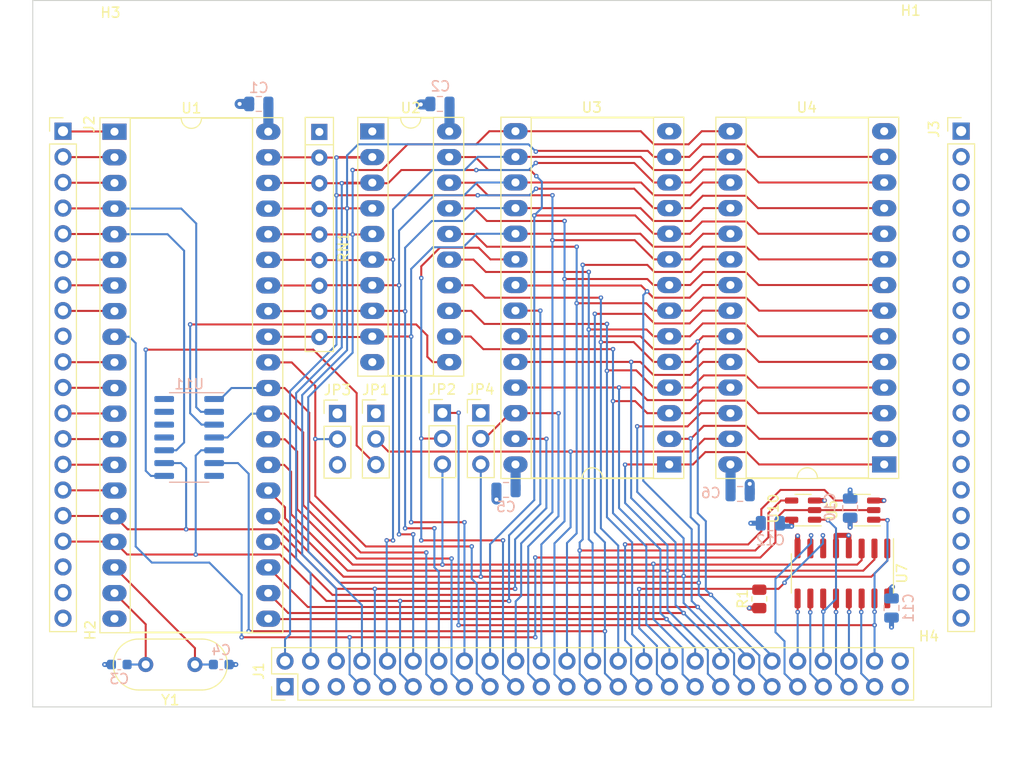
<source format=kicad_pcb>
(kicad_pcb (version 20221018) (generator pcbnew)
  (layers (0 "F.Cu" signal) (1 "In1.Cu" signal) (2 "In2.Cu" signal) (31 "B.Cu" signal) (34 "B.Paste" user) (35 "F.Paste" user) (36 "B.SilkS" user "B.Silkscreen") (37 "F.SilkS" user "F.Silkscreen") (38 "B.Mask" user) (39 "F.Mask" user) (44 "Edge.Cuts" user))
  (net 0 "")
  (net 1 "Net-(U1-XTAL1)")
  (net 2 "Net-(U1-XTAL2)")
  (net 3 "/P1.0")
  (net 4 "/P1.1")
  (net 5 "/P1.2{slash}PWM")
  (net 6 "/P1.3{slash}~{ALEDIS}")
  (net 7 "/P1.4{slash}~{PMGPULSE}")
  (net 8 "/P1.5{slash}~{PGMEN}")
  (net 9 "/P1.6{slash}~{DMA_ACK}")
  (net 10 "/P1.7{slash}~{LTP}")
  (net 11 "/RESET")
  (net 12 "/P3.0{slash}RXD")
  (net 13 "/P3.1{slash}TXD")
  (net 14 "/P3.2{slash}~{INT0}")
  (net 15 "/P3.3{slash}~{INT1}")
  (net 16 "/P3.4{slash}T0")
  (net 17 "/P3.5{slash}T1")
  (net 18 "/~{WR}")
  (net 19 "/~{RD}")
  (net 20 "/A8")
  (net 21 "/A9")
  (net 22 "/A10")
  (net 23 "/A11")
  (net 24 "/A12")
  (net 25 "/A13")
  (net 26 "/A14")
  (net 27 "/A15")
  (net 28 "/~{PSEN}")
  (net 29 "/ALE")
  (net 30 "/~{EA}")
  (net 31 "/A0")
  (net 32 "/A1")
  (net 33 "/A2")
  (net 34 "/A3")
  (net 35 "/A4")
  (net 36 "/A5")
  (net 37 "/A6")
  (net 38 "/A7")
  (net 39 "/~{LD}")
  (net 40 "/~{RAM}")
  (net 41 "/D0")
  (net 42 "/D1")
  (net 43 "/D2")
  (net 44 "/D3")
  (net 45 "/D4")
  (net 46 "/D5")
  (net 47 "/D6")
  (net 48 "/D7")
  (net 49 "GND")
  (net 50 "+5V")
  (net 51 "/A13{slash}RAM")
  (net 52 "/~{NVRAM}")
  (net 53 "/RD_ANY")
  (net 54 "/~{WR_NVRAM}")
  (net 55 "Net-(JP1-B)")
  (net 56 "/0000H")
  (net 57 "/CS_EX_ROM")
  (net 58 "/8000H")
  (net 59 "/E000H")
  (net 60 "/C000H")
  (net 61 "/A000H")
  (net 62 "/6000H")
  (net 63 "/4000H")
  (net 64 "/2000H")
  (net 65 "/CLK_EXT")
  (net 69 "/DECODER")
  (footprint "Package_DIP:DIP-20_W7.62mm_Socket_LongPads" (layer "F.Cu") (at 86.65 54.975)
    (fp_text reference "U2")
    (fp_text value "74LS573")
  )
  (footprint "MountingHole:MountingHole_3.2mm_M3" (layer "F.Cu") (at 144.5 108.5)
    (fp_text reference "H4")
    (fp_text value "MountingHole")
  )
  (footprint "MountingHole:MountingHole_3.2mm_M3" (layer "F.Cu") (at 56.5 108.5)
    (fp_text reference "H2")
    (fp_text value "MountingHole")
  )
  (footprint "Connector_PinHeader_2.54mm:PinHeader_1x03_P2.54mm_Vertical" (layer "F.Cu") (at 93.6 82.87)
    (fp_text reference "JP2")
    (fp_text value "Jumper_3_Open")
  )
  (footprint "Package_DIP:DIP-40_W15.24mm_Socket_LongPads" (layer "F.Cu") (at 61.1 55)
    (fp_text reference "U1")
    (fp_text value "AT89C52")
  )
  (footprint "Connector_PinHeader_2.54mm:PinHeader_1x03_P2.54mm_Vertical" (layer "F.Cu") (at 97.4 82.87)
    (fp_text reference "JP4")
    (fp_text value "Jumper_3_Open")
  )
  (footprint "Package_TO_SOT_SMD:SOT-23-5" (layer "F.Cu") (at 135.2 92.5 180)
    (fp_text reference "U6")
    (fp_text value "74AHCT1G32")
  )
  (footprint "Package_DIP:DIP-28_W15.24mm_Socket_LongPads" (layer "F.Cu") (at 137.375 87.975 180)
    (fp_text reference "U4")
    (fp_text value "DS1230AB-100+")
  )
  (footprint "Connector_PinHeader_2.54mm:PinHeader_1x20_P2.54mm_Vertical" (layer "F.Cu") (at 145 54.94)
    (fp_text reference "J3")
    (fp_text value "Conn_01x20_Pin")
  )
  (footprint "Package_TO_SOT_SMD:SOT-23-5" (layer "F.Cu") (at 129.3375 92.5 180)
    (fp_text reference "U10")
    (fp_text value "74AHCT1G32")
  )
  (footprint "MountingHole:MountingHole_3.2mm_M3" (layer "F.Cu") (at 144.5 45.5)
    (fp_text reference "H1")
    (fp_text value "MountingHole")
  )
  (footprint "Package_SO:SOIC-16_3.9x9.9mm_P1.27mm" (layer "F.Cu") (at 133.235 98.775 -90)
    (fp_text reference "U7")
    (fp_text value "74LS138")
  )
  (footprint "Connector_PinHeader_2.54mm:PinHeader_1x20_P2.54mm_Vertical" (layer "F.Cu") (at 56 54.95)
    (fp_text reference "J2")
    (fp_text value "Conn_01x20_Pin")
  )
  (footprint "Connector_PinHeader_2.54mm:PinHeader_2x25_P2.54mm_Vertical" (layer "F.Cu") (at 78 110 90)
    (fp_text reference "J1")
    (fp_text value "Conn_02x25_Odd_Even")
  )
  (footprint "Connector_PinHeader_2.54mm:PinHeader_1x03_P2.54mm_Vertical" (layer "F.Cu") (at 87 82.91)
    (fp_text reference "JP1")
    (fp_text value "Jumper_3_Open")
  )
  (footprint "Resistor_THT:R_Array_SIP9" (layer "F.Cu") (at 81.4 55.025 -90)
    (fp_text reference "RN1")
    (fp_text value "R_Network08")
  )
  (footprint "Package_DIP:DIP-28_W15.24mm_Socket_LongPads" (layer "F.Cu") (at 116.075 87.975 180)
    (fp_text reference "U3")
    (fp_text value "62256")
  )
  (footprint "Connector_PinHeader_2.54mm:PinHeader_1x03_P2.54mm_Vertical" (layer "F.Cu") (at 83.2 82.925)
    (fp_text reference "JP3")
    (fp_text value "Jumper_3_Open")
  )
  (footprint "Crystal:Crystal_HC49-U_Vertical" (layer "F.Cu") (at 69.075 107.8 180)
    (fp_text reference "Y1")
    (fp_text value "Crystal")
  )
  (footprint "MountingHole:MountingHole_3.2mm_M3" (layer "F.Cu") (at 56.5 45.5)
    (fp_text reference "H3")
    (fp_text value "MountingHole")
  )
  (footprint "Resistor_SMD:R_0805_2012Metric" (layer "F.Cu") (at 125 101.3 90)
    (fp_text reference "R1")
    (fp_text value "R0805_10k_1%_125mW_100PPM_AC")
  )
  (footprint "Capacitor_SMD:C_0805_2012Metric" (layer "B.Cu") (at 134 92.3 -90)
    (fp_text reference "C10")
    (fp_text value "C0805_100nF_16V_X7R")
  )
  (footprint "Package_SO:SO-14_3.9x8.65mm_P1.27mm" (layer "B.Cu") (at 68.5 85.3 180)
    (fp_text reference "U11")
    (fp_text value "74HCT00")
  )
  (footprint "Capacitor_SMD:C_0805_2012Metric" (layer "B.Cu") (at 138.1 102.2 90)
    (fp_text reference "C11")
    (fp_text value "C0805_100nF_16V_X7R")
  )
  (footprint "Capacitor_SMD:C_0603_1608Metric" (layer "B.Cu") (at 61.575 107.8)
    (fp_text reference "C3")
    (fp_text value "C0603_22pF_50V_X7R")
  )
  (footprint "Capacitor_SMD:C_0805_2012Metric" (layer "B.Cu") (at 123.1 90.9 180)
    (fp_text reference "C6")
    (fp_text value "C0805_100nF_16V_X7R" hide)
  )
  (footprint "Capacitor_SMD:C_0603_1608Metric" (layer "B.Cu") (at 71.675 107.8 180)
    (fp_text reference "C4")
    (fp_text value "C0603_22pF_50V_X7R")
  )
  (footprint "Capacitor_SMD:C_0805_2012Metric" (layer "B.Cu") (at 93.35 52.25)
    (fp_text reference "C2")
    (fp_text value "C0805_100nF_16V_X7R" hide)
  )
  (footprint "Capacitor_SMD:C_0805_2012Metric" (layer "B.Cu") (at 126.1 93.8)
    (fp_text reference "C12")
    (fp_text value "C0805_100nF_16V_X7R")
  )
  (footprint "Capacitor_SMD:C_0805_2012Metric" (layer "B.Cu") (at 75.4 52.25)
    (fp_text reference "C1")
    (fp_text value "C0805_100nF_16V_X7R")
  )
  (footprint "Capacitor_SMD:C_0805_2012Metric" (layer "B.Cu") (at 99.9 90.5)
    (fp_text reference "C5")
    (fp_text value "C0805_100nF_16V_X7R" hide)
  )
  (gr_line (start 148 42) (end 148 112) (stroke (width 0.1)) (layer "Edge.Cuts"))
  (gr_line (start 53 112) (end 53 42) (stroke (width 0.1)) (layer "Edge.Cuts"))
  (gr_line (start 148 112) (end 53 112) (stroke (width 0.1)) (layer "Edge.Cuts"))
  (gr_line (start 53 42) (end 148 42) (stroke (width 0.1)) (layer "Edge.Cuts"))
  (segment (start 64.195 103.815) (end 64.195 107.8) (width 0.2) (layer "F.Cu") (net 1))
  (segment (start 61.1 100.72) (end 64.195 103.815) (width 0.2) (layer "F.Cu") (net 1))
  (segment (start 62.35 107.8) (end 64.195 107.8) (width 0.2) (layer "B.Cu") (net 1))
  (segment (start 64.52 101.6) (end 64.52 101.62) (width 0.2) (layer "F.Cu") (net 2))
  (segment (start 69.075 106.175) (end 69.075 107.8) (width 0.2) (layer "F.Cu") (net 2))
  (segment (start 64.52 101.62) (end 69.075 106.175) (width 0.2) (layer "F.Cu") (net 2))
  (segment (start 61.1 98.18) (end 64.52 101.6) (width 0.2) (layer "F.Cu") (net 2))
  (segment (start 70.9 107.8) (end 69.075 107.8) (width 0.2) (layer "B.Cu") (net 2))
  (segment (start 56.02 54.98) (end 61.08 54.98) (width 0.2) (layer "F.Cu") (net 3))
  (segment (start 56 55) (end 56.02 54.98) (width 0.2) (layer "F.Cu") (net 3))
  (segment (start 61.08 54.98) (end 61.1 55) (width 0.2) (layer "F.Cu") (net 3))
  (segment (start 61.08 57.52) (end 61.1 57.54) (width 0.2) (layer "F.Cu") (net 4))
  (segment (start 56 57.54) (end 56.02 57.52) (width 0.2) (layer "F.Cu") (net 4))
  (segment (start 56.02 57.52) (end 61.08 57.52) (width 0.2) (layer "F.Cu") (net 4))
  (segment (start 61.08 60.06) (end 61.1 60.08) (width 0.2) (layer "F.Cu") (net 5))
  (segment (start 56 60.08) (end 56.02 60.06) (width 0.2) (layer "F.Cu") (net 5))
  (segment (start 56.02 60.06) (end 61.08 60.06) (width 0.2) (layer "F.Cu") (net 5))
  (segment (start 56.02 62.6) (end 61.08 62.6) (width 0.2) (layer "F.Cu") (net 6))
  (segment (start 56 62.62) (end 56.02 62.6) (width 0.2) (layer "F.Cu") (net 6))
  (segment (start 61.08 62.6) (end 61.1 62.62) (width 0.2) (layer "F.Cu") (net 6))
  (segment (start 69.2 82.3) (end 69.2 64.1) (width 0.2) (layer "B.Cu") (net 6))
  (segment (start 67.72 62.62) (end 61.1 62.62) (width 0.2) (layer "B.Cu") (net 6))
  (segment (start 70.975 82.76) (end 69.66 82.76) (width 0.2) (layer "B.Cu") (net 6))
  (segment (start 69.2 64.1) (end 67.72 62.62) (width 0.2) (layer "B.Cu") (net 6))
  (segment (start 69.66 82.76) (end 69.2 82.3) (width 0.2) (layer "B.Cu") (net 6))
  (segment (start 61.08 65.14) (end 61.1 65.16) (width 0.2) (layer "F.Cu") (net 7))
  (segment (start 56.02 65.14) (end 61.08 65.14) (width 0.2) (layer "F.Cu") (net 7))
  (segment (start 56 65.16) (end 56.02 65.14) (width 0.2) (layer "F.Cu") (net 7))
  (segment (start 66.025 86.57) (end 67.23 86.57) (width 0.2) (layer "B.Cu") (net 7))
  (segment (start 68 85.8) (end 68 66.8) (width 0.2) (layer "B.Cu") (net 7))
  (segment (start 66.36 65.16) (end 61.1 65.16) (width 0.2) (layer "B.Cu") (net 7))
  (segment (start 68 66.8) (end 66.36 65.16) (width 0.2) (layer "B.Cu") (net 7))
  (segment (start 67.23 86.57) (end 68 85.8) (width 0.2) (layer "B.Cu") (net 7))
  (segment (start 61.08 67.68) (end 61.1 67.7) (width 0.2) (layer "F.Cu") (net 8))
  (segment (start 56.02 67.68) (end 61.08 67.68) (width 0.2) (layer "F.Cu") (net 8))
  (segment (start 56 67.7) (end 56.02 67.68) (width 0.2) (layer "F.Cu") (net 8))
  (segment (start 56.02 70.22) (end 61.08 70.22) (width 0.2) (layer "F.Cu") (net 9))
  (segment (start 56 70.24) (end 56.02 70.22) (width 0.2) (layer "F.Cu") (net 9))
  (segment (start 61.08 70.22) (end 61.1 70.24) (width 0.2) (layer "F.Cu") (net 9))
  (segment (start 61.08 72.76) (end 61.1 72.78) (width 0.2) (layer "F.Cu") (net 10))
  (segment (start 56.02 72.76) (end 61.08 72.76) (width 0.2) (layer "F.Cu") (net 10))
  (segment (start 56 72.78) (end 56.02 72.76) (width 0.2) (layer "F.Cu") (net 10))
  (segment (start 84.4 105.1) (end 102.8 105.1) (width 0.2) (layer "F.Cu") (net 11))
  (segment (start 126.6 93.4) (end 126.6 95.7) (width 0.2) (layer "F.Cu") (net 11))
  (segment (start 125.1 97.2) (end 102.8 97.2) (width 0.2) (layer "F.Cu") (net 11))
  (segment (start 84.4 105.1) (end 73.7 105.1) (width 0.2) (layer "F.Cu") (net 11))
  (segment (start 130.475 92.5) (end 127.5 92.5) (width 0.2) (layer "F.Cu") (net 11))
  (segment (start 130.475 92.5) (end 136.3375 92.5) (width 0.2) (layer "F.Cu") (net 11))
  (segment (start 127.5 92.5) (end 126.6 93.4) (width 0.2) (layer "F.Cu") (net 11))
  (segment (start 126.6 95.7) (end 125.1 97.2) (width 0.2) (layer "F.Cu") (net 11))
  (via (at 102.8 97.2) (size 0.45) (drill 0.2) (layers "F.Cu" "B.Cu") (net 11))
  (via (at 73.7 105.1) (size 0.45) (drill 0.2) (layers "F.Cu" "B.Cu") (net 11))
  (via (at 102.8 105.1) (size 0.45) (drill 0.2) (layers "F.Cu" "B.Cu") (net 11))
  (via (at 84.4 105.1) (size 0.45) (drill 0.2) (layers "F.Cu" "B.Cu") (net 11))
  (segment (start 63.2 96.1) (end 63.2 75.95) (width 0.2) (layer "B.Cu") (net 11))
  (segment (start 84.4 105.1) (end 84.4 108.78) (width 0.2) (layer "B.Cu") (net 11))
  (segment (start 70.5 97.7) (end 64.8 97.7) (width 0.2) (layer "B.Cu") (net 11))
  (segment (start 63.2 75.95) (end 62.57 75.32) (width 0.2) (layer "B.Cu") (net 11))
  (segment (start 84.4 108.78) (end 85.62 110) (width 0.2) (layer "B.Cu") (net 11))
  (segment (start 73.7 100.9) (end 70.5 97.7) (width 0.2) (layer "B.Cu") (net 11))
  (segment (start 62.57 75.32) (end 61.1 75.32) (width 0.2) (layer "B.Cu") (net 11))
  (segment (start 102.8 105.1) (end 102.8 97.2) (width 0.2) (layer "B.Cu") (net 11))
  (segment (start 73.7 105.1) (end 73.7 100.9) (width 0.2) (layer "B.Cu") (net 11))
  (segment (start 64.8 97.7) (end 63.2 96.1) (width 0.2) (layer "B.Cu") (net 11))
  (segment (start 61.08 77.84) (end 61.1 77.86) (width 0.2) (layer "F.Cu") (net 12))
  (segment (start 56.02 77.84) (end 61.08 77.84) (width 0.2) (layer "F.Cu") (net 12))
  (segment (start 56 77.86) (end 56.02 77.84) (width 0.2) (layer "F.Cu") (net 12))
  (segment (start 56 80.4) (end 56.02 80.38) (width 0.2) (layer "F.Cu") (net 13))
  (segment (start 61.08 80.38) (end 61.1 80.4) (width 0.2) (layer "F.Cu") (net 13))
  (segment (start 56.02 80.38) (end 61.08 80.38) (width 0.2) (layer "F.Cu") (net 13))
  (segment (start 56 82.94) (end 56.02 82.92) (width 0.2) (layer "F.Cu") (net 14))
  (segment (start 56.02 82.92) (end 61.08 82.92) (width 0.2) (layer "F.Cu") (net 14))
  (segment (start 61.08 82.92) (end 61.1 82.94) (width 0.2) (layer "F.Cu") (net 14))
  (segment (start 56.02 85.46) (end 61.08 85.46) (width 0.2) (layer "F.Cu") (net 15))
  (segment (start 61.08 85.46) (end 61.1 85.48) (width 0.2) (layer "F.Cu") (net 15))
  (segment (start 56 85.48) (end 56.02 85.46) (width 0.2) (layer "F.Cu") (net 15))
  (segment (start 56 88.02) (end 56.02 88) (width 0.2) (layer "F.Cu") (net 16))
  (segment (start 61.08 88) (end 61.1 88.02) (width 0.2) (layer "F.Cu") (net 16))
  (segment (start 56.02 88) (end 61.08 88) (width 0.2) (layer "F.Cu") (net 16))
  (segment (start 56 90.56) (end 56.02 90.54) (width 0.2) (layer "F.Cu") (net 17))
  (segment (start 61.08 90.54) (end 61.1 90.56) (width 0.2) (layer "F.Cu") (net 17))
  (segment (start 56.02 90.54) (end 61.08 90.54) (width 0.2) (layer "F.Cu") (net 17))
  (segment (start 83.1 100.3) (end 77.2 94.4) (width 0.2) (layer "F.Cu") (net 18))
  (segment (start 61.08 93.08) (end 61.1 93.1) (width 0.2) (layer "F.Cu") (net 18))
  (segment (start 103.9 85.435) (end 100.835 85.435) (width 0.2) (layer "F.Cu") (net 18))
  (segment (start 86.9 100.3) (end 83.1 100.3) (width 0.2) (layer "F.Cu") (net 18))
  (segment (start 68.2 94.4) (end 62.4 94.4) (width 0.2) (layer "F.Cu") (net 18))
  (segment (start 77.2 94.4) (end 68.2 94.4) (width 0.2) (layer "F.Cu") (net 18))
  (segment (start 56.02 93.08) (end 61.08 93.08) (width 0.2) (layer "F.Cu") (net 18))
  (segment (start 86.9 100.3) (end 100.8 100.3) (width 0.2) (layer "F.Cu") (net 18))
  (segment (start 56 93.1) (end 56.02 93.08) (width 0.2) (layer "F.Cu") (net 18))
  (segment (start 62.4 94.4) (end 61.1 93.1) (width 0.2) (layer "F.Cu") (net 18))
  (via (at 86.9 100.3) (size 0.45) (drill 0.2) (layers "F.Cu" "B.Cu") (net 18))
  (via (at 103.9 85.435) (size 0.45) (drill 0.2) (layers "F.Cu" "B.Cu") (net 18))
  (via (at 100.8 100.3) (size 0.45) (drill 0.2) (layers "F.Cu" "B.Cu") (net 18))
  (via (at 68.2 94.4) (size 0.45) (drill 0.2) (layers "F.Cu" "B.Cu") (net 18))
  (segment (start 68.2 88.35) (end 68.2 94.4) (width 0.2) (layer "B.Cu") (net 18))
  (segment (start 100.8 95.4) (end 103.9 92.3) (width 0.2) (layer "B.Cu") (net 18))
  (segment (start 100.8 100.3) (end 100.8 95.4) (width 0.2) (layer "B.Cu") (net 18))
  (segment (start 67.69 87.84) (end 68.2 88.35) (width 0.2) (layer "B.Cu") (net 18))
  (segment (start 103.9 92.3) (end 103.9 85.435) (width 0.2) (layer "B.Cu") (net 18))
  (segment (start 86.9 100.3) (end 86.9 108.74) (width 0.2) (layer "B.Cu") (net 18))
  (segment (start 66.025 87.84) (end 67.69 87.84) (width 0.2) (layer "B.Cu") (net 18))
  (segment (start 86.9 108.74) (end 88.16 110) (width 0.2) (layer "B.Cu") (net 18))
  (segment (start 82.1 101.5) (end 77.5 96.9) (width 0.2) (layer "F.Cu") (net 19))
  (segment (start 103.3 72.735) (end 100.835 72.735) (width 0.2) (layer "F.Cu") (net 19))
  (segment (start 100.2 101.5) (end 89.4 101.5) (width 0.2) (layer "F.Cu") (net 19))
  (segment (start 77.5 96.9) (end 62.36 96.9) (width 0.2) (layer "F.Cu") (net 19))
  (segment (start 56 95.64) (end 56.02 95.62) (width 0.2) (layer "F.Cu") (net 19))
  (segment (start 56.02 95.62) (end 61.08 95.62) (width 0.2) (layer "F.Cu") (net 19))
  (segment (start 61.08 95.62) (end 61.1 95.64) (width 0.2) (layer "F.Cu") (net 19))
  (segment (start 62.36 96.9) (end 61.1 95.64) (width 0.2) (layer "F.Cu") (net 19))
  (segment (start 89.4 101.5) (end 82.1 101.5) (width 0.2) (layer "F.Cu") (net 19))
  (via (at 89.4 101.5) (size 0.45) (drill 0.2) (layers "F.Cu" "B.Cu") (net 19))
  (via (at 69.15 96.9) (size 0.45) (drill 0.2) (layers "F.Cu" "B.Cu") (net 19))
  (via (at 103.3 72.735) (size 0.45) (drill 0.2) (layers "F.Cu" "B.Cu") (net 19))
  (via (at 100.2 101.5) (size 0.45) (drill 0.2) (layers "F.Cu" "B.Cu") (net 19))
  (segment (start 69.68 86.57) (end 70.975 86.57) (width 0.2) (layer "B.Cu") (net 19))
  (segment (start 100.2 95) (end 100.2 101.5) (width 0.2) (layer "B.Cu") (net 19))
  (segment (start 69.15 87.1) (end 69.68 86.57) (width 0.2) (layer "B.Cu") (net 19))
  (segment (start 89.4 108.7) (end 90.7 110) (width 0.2) (layer "B.Cu") (net 19))
  (segment (start 103.3 72.735) (end 103.3 91.9) (width 0.2) (layer "B.Cu") (net 19))
  (segment (start 89.4 101.5) (end 89.4 108.7) (width 0.2) (layer "B.Cu") (net 19))
  (segment (start 103.3 91.9) (end 100.2 95) (width 0.2) (layer "B.Cu") (net 19))
  (segment (start 69.15 96.9) (end 69.15 87.1) (width 0.2) (layer "B.Cu") (net 19))
  (segment (start 113.903186 81.6) (end 118.2 81.6) (width 0.2) (layer "F.Cu") (net 20))
  (segment (start 115.8 103.3) (end 76.38 103.3) (width 0.2) (layer "F.Cu") (net 20))
  (segment (start 111.1 80.35) (end 105.96 80.35) (width 0.2) (layer "F.Cu") (net 20))
  (segment (start 105.96 80.35) (end 105.955 80.355) (width 0.2) (layer "F.Cu") (net 20))
  (segment (start 105.955 80.355) (end 100.835 80.355) (width 0.2) (layer "F.Cu") (net 20))
  (segment (start 119.445 80.355) (end 122.135 80.355) (width 0.2) (layer "F.Cu") (net 20))
  (segment (start 118.2 81.6) (end 119.445 80.355) (width 0.2) (layer "F.Cu") (net 20))
  (segment (start 112.653186 80.35) (end 113.903186 81.6) (width 0.2) (layer "F.Cu") (net 20))
  (segment (start 111.1 80.35) (end 112.653186 80.35) (width 0.2) (layer "F.Cu") (net 20))
  (segment (start 76.38 103.3) (end 76.34 103.26) (width 0.2) (layer "F.Cu") (net 20))
  (via (at 115.8 103.3) (size 0.45) (drill 0.2) (layers "F.Cu" "B.Cu") (net 20))
  (via (at 111.1 80.35) (size 0.45) (drill 0.2) (layers "F.Cu" "B.Cu") (net 20))
  (segment (start 115.2 96.4) (end 111.1 92.3) (width 0.2) (layer "B.Cu") (net 20))
  (segment (start 115.8 103.3) (end 115.2 102.7) (width 0.2) (layer "B.Cu") (net 20))
  (segment (start 115.8 103.3) (end 118.64 106.14) (width 0.2) (layer "B.Cu") (net 20))
  (segment (start 118.64 106.14) (end 118.64 107.46) (width 0.2) (layer "B.Cu") (net 20))
  (segment (start 115.2 102.7) (end 115.2 96.4) (width 0.2) (layer "B.Cu") (net 20))
  (segment (start 111.1 92.3) (end 111.1 80.35) (width 0.2) (layer "B.Cu") (net 20))
  (segment (start 114.5 79.1) (end 118.15 79.1) (width 0.2) (layer "F.Cu") (net 21))
  (segment (start 119.435 77.815) (end 122.135 77.815) (width 0.2) (layer "F.Cu") (net 21))
  (segment (start 117.5 102.7) (end 78.32 102.7) (width 0.2) (layer "F.Cu") (net 21))
  (segment (start 112.3 77.815) (end 113.215 77.815) (width 0.2) (layer "F.Cu") (net 21))
  (segment (start 112.3 77.815) (end 100.835 77.815) (width 0.2) (layer "F.Cu") (net 21))
  (segment (start 118.15 79.1) (end 119.435 77.815) (width 0.2) (layer "F.Cu") (net 21))
  (segment (start 78.32 102.7) (end 76.34 100.72) (width 0.2) (layer "F.Cu") (net 21))
  (segment (start 113.215 77.815) (end 114.5 79.1) (width 0.2) (layer "F.Cu") (net 21))
  (via (at 117.5 102.7) (size 0.45) (drill 0.2) (layers "F.Cu" "B.Cu") (net 21))
  (via (at 112.3 77.815) (size 0.45) (drill 0.2) (layers "F.Cu" "B.Cu") (net 21))
  (segment (start 117.5 102.7) (end 121.18 106.38) (width 0.2) (layer "B.Cu") (net 21))
  (segment (start 117.5 102.7) (end 116.7 101.9) (width 0.2) (layer "B.Cu") (net 21))
  (segment (start 116.7 95.7) (end 116.7 100.5) (width 0.2) (layer "B.Cu") (net 21))
  (segment (start 121.18 106.38) (end 121.18 107.46) (width 0.2) (layer "B.Cu") (net 21))
  (segment (start 112.3 91.3) (end 116.7 95.7) (width 0.2) (layer "B.Cu") (net 21))
  (segment (start 116.7 101.9) (end 116.7 100.5) (width 0.2) (layer "B.Cu") (net 21))
  (segment (start 112.3 77.815) (end 112.3 91.3) (width 0.2) (layer "B.Cu") (net 21))
  (segment (start 113.875 70.825) (end 114.5 71.45) (width 0.2) (layer "F.Cu") (net 22))
  (segment (start 113.295 70.245) (end 100.885 70.245) (width 0.2) (layer "F.Cu") (net 22))
  (segment (start 100.885 70.245) (end 100.835 70.195) (width 0.2) (layer "F.Cu") (net 22))
  (segment (start 114.5 71.45) (end 118.1 71.45) (width 0.2) (layer "F.Cu") (net 22))
  (segment (start 118.9 102.1) (end 80.26 102.1) (width 0.2) (layer "F.Cu") (net 22))
  (segment (start 119.355 70.195) (end 122.135 70.195) (width 0.2) (layer "F.Cu") (net 22))
  (segment (start 118.1 71.45) (end 119.355 70.195) (width 0.2) (layer "F.Cu") (net 22))
  (segment (start 80.26 102.1) (end 76.34 98.18) (width 0.2) (layer "F.Cu") (net 22))
  (segment (start 113.875 70.825) (end 113.295 70.245) (width 0.2) (layer "F.Cu") (net 22))
  (via (at 118.9 102.1) (size 0.45) (drill 0.2) (layers "F.Cu" "B.Cu") (net 22))
  (via (at 113.875 70.825) (size 0.45) (drill 0.2) (layers "F.Cu" "B.Cu") (net 22))
  (segment (start 118.9 102.1) (end 123.72 106.92) (width 0.2) (layer "B.Cu") (net 22))
  (segment (start 113.5 71.2) (end 113.5 89.6) (width 0.2) (layer "B.Cu") (net 22))
  (segment (start 123.72 106.92) (end 123.72 107.46) (width 0.2) (layer "B.Cu") (net 22))
  (segment (start 118.3 94.4) (end 118.3 101.1) (width 0.2) (layer "B.Cu") (net 22))
  (segment (start 113.875 70.825) (end 113.5 71.2) (width 0.2) (layer "B.Cu") (net 22))
  (segment (start 118.9 102.1) (end 118.3 101.5) (width 0.2) (layer "B.Cu") (net 22))
  (segment (start 118.3 101.5) (end 118.3 101.1) (width 0.2) (layer "B.Cu") (net 22))
  (segment (start 113.5 89.6) (end 118.3 94.4) (width 0.2) (layer "B.Cu") (net 22))
  (segment (start 114.5 76.55) (end 113.225 75.275) (width 0.2) (layer "F.Cu") (net 23))
  (segment (start 120.2 100.9) (end 82.7 100.9) (width 0.2) (layer "F.Cu") (net 23))
  (segment (start 118.9 75.8) (end 118.15 76.55) (width 0.2) (layer "F.Cu") (net 23))
  (segment (start 118.9 75.8) (end 119.425 75.275) (width 0.2) (layer "F.Cu") (net 23))
  (segment (start 119.425 75.275) (end 122.135 75.275) (width 0.2) (layer "F.Cu") (net 23))
  (segment (start 82.7 100.9) (end 77.44 95.64) (width 0.2) (layer "F.Cu") (net 23))
  (segment (start 113.225 75.275) (end 100.835 75.275) (width 0.2) (layer "F.Cu") (net 23))
  (segment (start 77.44 95.64) (end 76.34 95.64) (width 0.2) (layer "F.Cu") (net 23))
  (segment (start 118.15 76.55) (end 114.5 76.55) (width 0.2) (layer "F.Cu") (net 23))
  (via (at 120.2 100.9) (size 0.45) (drill 0.2) (layers "F.Cu" "B.Cu") (net 23))
  (via (at 118.9 75.8) (size 0.45) (drill 0.2) (layers "F.Cu" "B.Cu") (net 23))
  (segment (start 126.26 106.96) (end 126.26 107.46) (width 0.2) (layer "B.Cu") (net 23))
  (segment (start 119.7 100.4) (end 120.2 100.9) (width 0.2) (layer "B.Cu") (net 23))
  (segment (start 118.9 92.8) (end 119.7 93.6) (width 0.2) (layer "B.Cu") (net 23))
  (segment (start 119.7 93.6) (end 119.7 100.4) (width 0.2) (layer "B.Cu") (net 23))
  (segment (start 120.2 100.9) (end 126.26 106.96) (width 0.2) (layer "B.Cu") (net 23))
  (segment (start 118.9 75.8) (end 118.9 92.8) (width 0.2) (layer "B.Cu") (net 23))
  (segment (start 116.075 85.435) (end 118.215 85.435) (width 0.2) (layer "F.Cu") (net 24))
  (segment (start 83.4 99.7) (end 76.8 93.1) (width 0.2) (layer "F.Cu") (net 24))
  (segment (start 118.215 85.435) (end 119.5 84.15) (width 0.2) (layer "F.Cu") (net 24))
  (segment (start 123.7 84.15) (end 124.985 85.435) (width 0.2) (layer "F.Cu") (net 24))
  (segment (start 119 99.7) (end 83.4 99.7) (width 0.2) (layer "F.Cu") (net 24))
  (segment (start 119.5 84.15) (end 123.7 84.15) (width 0.2) (layer "F.Cu") (net 24))
  (segment (start 76.8 93.1) (end 76.34 93.1) (width 0.2) (layer "F.Cu") (net 24))
  (segment (start 124.985 85.435) (end 137.375 85.435) (width 0.2) (layer "F.Cu") (net 24))
  (via (at 119 99.7) (size 0.45) (drill 0.2) (layers "F.Cu" "B.Cu") (net 24))
  (via (at 118.2 85.4) (size 0.45) (drill 0.2) (layers "F.Cu" "B.Cu") (net 24))
  (segment (start 125 108.74) (end 126.26 110) (width 0.2) (layer "B.Cu") (net 24))
  (segment (start 125 106.9) (end 125 108.74) (width 0.2) (layer "B.Cu") (net 24))
  (segment (start 119 99.7) (end 119 100.9) (width 0.2) (layer "B.Cu") (net 24))
  (segment (start 118.2 93.2) (end 119 94) (width 0.2) (layer "B.Cu") (net 24))
  (segment (start 119 100.9) (end 125 106.9) (width 0.2) (layer "B.Cu") (net 24))
  (segment (start 118.2 85.4) (end 118.2 93.2) (width 0.2) (layer "B.Cu") (net 24))
  (segment (start 119 94) (end 119 99.7) (width 0.2) (layer "B.Cu") (net 24))
  (segment (start 117.5 99.0245) (end 117.4245 99.1) (width 0.2) (layer "F.Cu") (net 25))
  (segment (start 78 92.22) (end 76.34 90.56) (width 0.2) (layer "F.Cu") (net 25))
  (segment (start 78 93.3) (end 78 92.22) (width 0.2) (layer "F.Cu") (net 25))
  (segment (start 112.9 84.2) (end 117.9 84.2) (width 0.2) (layer "F.Cu") (net 25))
  (segment (start 117.9 84.2) (end 119.205 82.895) (width 0.2) (layer "F.Cu") (net 25))
  (segment (start 117.5755 99.1) (end 136.1 99.1) (width 0.2) (layer "F.Cu") (net 25))
  (segment (start 97.4 99.1) (end 83.8 99.1) (width 0.2) (layer "F.Cu") (net 25))
  (segment (start 137.68 97.52) (end 137.68 96.3) (width 0.2) (layer "F.Cu") (net 25))
  (segment (start 117.5 99.0245) (end 117.5755 99.1) (width 0.2) (layer "F.Cu") (net 25))
  (segment (start 83.8 99.1) (end 78 93.3) (width 0.2) (layer "F.Cu") (net 25))
  (segment (start 119.205 82.895) (end 122.135 82.895) (width 0.2) (layer "F.Cu") (net 25))
  (segment (start 117.4245 99.1) (end 97.4 99.1) (width 0.2) (layer "F.Cu") (net 25))
  (segment (start 136.1 99.1) (end 137.68 97.52) (width 0.2) (layer "F.Cu") (net 25))
  (via (at 97.4 99.1) (size 0.45) (drill 0.2) (layers "F.Cu" "B.Cu") (net 25))
  (via (at 117.5 99.0245) (size 0.45) (drill 0.2) (layers "F.Cu" "B.Cu") (net 25))
  (via (at 112.9 84.2) (size 0.45) (drill 0.2) (layers "F.Cu" "B.Cu") (net 25))
  (segment (start 112.9 90.7) (end 117.5 95.3) (width 0.2) (layer "B.Cu") (net 25))
  (segment (start 117.5 95.3) (end 117.5 99.0245) (width 0.2) (layer "B.Cu") (net 25))
  (segment (start 122.5 106.7) (end 122.5 108.78) (width 0.2) (layer "B.Cu") (net 25))
  (segment (start 112.9 84.2) (end 112.9 90.7) (width 0.2) (layer "B.Cu") (net 25))
  (segment (start 117.5 99.0245) (end 117.5 101.7) (width 0.2) (layer "B.Cu") (net 25))
  (segment (start 122.5 108.78) (end 123.72 110) (width 0.2) (layer "B.Cu") (net 25))
  (segment (start 97.4 99.1) (end 97.4 87.95) (width 0.2) (layer "B.Cu") (net 25))
  (segment (start 117.5 101.7) (end 122.5 106.7) (width 0.2) (layer "B.Cu") (net 25))
  (segment (start 115.9 98.5) (end 84.2 98.5) (width 0.2) (layer "F.Cu") (net 26))
  (segment (start 77.92 88.02) (end 76.34 88.02) (width 0.2) (layer "F.Cu") (net 26))
  (segment (start 136.41 97.39) (end 136.41 96.3) (width 0.2) (layer "F.Cu") (net 26))
  (segment (start 111.725 87.975) (end 116.075 87.975) (width 0.2) (layer "F.Cu") (net 26))
  (segment (start 115.9 98.5) (end 135.3 98.5) (width 0.2) (layer "F.Cu") (net 26))
  (segment (start 78.6 92.9) (end 78.6 88.7) (width 0.2) (layer "F.Cu") (net 26))
  (segment (start 118.425 87.975) (end 119.65 86.75) (width 0.2) (layer "F.Cu") (net 26))
  (segment (start 124.975 87.975) (end 137.375 87.975) (width 0.2) (layer "F.Cu") (net 26))
  (segment (start 135.3 98.5) (end 136.41 97.39) (width 0.2) (layer "F.Cu") (net 26))
  (segment (start 111.7 88) (end 111.725 87.975) (width 0.2) (layer "F.Cu") (net 26))
  (segment (start 78.6 88.7) (end 77.92 88.02) (width 0.2) (layer "F.Cu") (net 26))
  (segment (start 123.75 86.75) (end 124.975 87.975) (width 0.2) (layer "F.Cu") (net 26))
  (segment (start 119.65 86.75) (end 123.75 86.75) (width 0.2) (layer "F.Cu") (net 26))
  (segment (start 116.075 87.975) (end 118.425 87.975) (width 0.2) (layer "F.Cu") (net 26))
  (segment (start 84.2 98.5) (end 78.6 92.9) (width 0.2) (layer "F.Cu") (net 26))
  (via (at 111.7 88) (size 0.45) (drill 0.2) (layers "F.Cu" "B.Cu") (net 26))
  (via (at 115.9 98.5) (size 0.45) (drill 0.2) (layers "F.Cu" "B.Cu") (net 26))
  (segment (start 115.9 96) (end 115.9 98.5) (width 0.2) (layer "B.Cu") (net 26))
  (segment (start 115.9 102.4) (end 119.9 106.4) (width 0.2) (layer "B.Cu") (net 26))
  (segment (start 111.7 91.8) (end 115.9 96) (width 0.2) (layer "B.Cu") (net 26))
  (segment (start 111.7 88) (end 111.7 91.8) (width 0.2) (layer "B.Cu") (net 26))
  (segment (start 119.9 106.4) (end 119.9 108.72) (width 0.2) (layer "B.Cu") (net 26))
  (segment (start 119.9 108.72) (end 121.18 110) (width 0.2) (layer "B.Cu") (net 26))
  (segment (start 115.9 98.5) (end 115.9 102.4) (width 0.2) (layer "B.Cu") (net 26))
  (segment (start 114.5 97.8245) (end 114.5755 97.9) (width 0.2) (layer "F.Cu") (net 27))
  (segment (start 77.98 85.48) (end 76.34 85.48) (width 0.2) (layer "F.Cu") (net 27))
  (segment (start 93.6 97.9) (end 84.7 97.9) (width 0.2) (layer "F.Cu") (net 27))
  (segment (start 79.2 86.7) (end 77.98 85.48) (width 0.2) (layer "F.Cu") (net 27))
  (segment (start 135.14 97.46) (end 135.14 96.3) (width 0.2) (layer "F.Cu") (net 27))
  (segment (start 134.7 97.9) (end 135.14 97.46) (width 0.2) (layer "F.Cu") (net 27))
  (segment (start 114.5755 97.9) (end 134.7 97.9) (width 0.2) (layer "F.Cu") (net 27))
  (segment (start 114.4245 97.9) (end 93.6 97.9) (width 0.2) (layer "F.Cu") (net 27))
  (segment (start 84.7 97.9) (end 79.2 92.4) (width 0.2) (layer "F.Cu") (net 27))
  (segment (start 79.2 92.4) (end 79.2 86.7) (width 0.2) (layer "F.Cu") (net 27))
  (segment (start 114.5 97.8245) (end 114.4245 97.9) (width 0.2) (layer "F.Cu") (net 27))
  (via (at 93.6 97.9) (size 0.45) (drill 0.2) (layers "F.Cu" "B.Cu") (net 27))
  (via (at 114.5 97.8245) (size 0.45) (drill 0.2) (layers "F.Cu" "B.Cu") (net 27))
  (segment (start 114.5 97.8245) (end 114.5 103.3) (width 0.2) (layer "B.Cu") (net 27))
  (segment (start 93.6 87.95) (end 93.6 97.9) (width 0.2) (layer "B.Cu") (net 27))
  (segment (start 114.5 103.3) (end 117.4 106.2) (width 0.2) (layer "B.Cu") (net 27))
  (segment (start 117.4 108.76) (end 118.64 110) (width 0.2) (layer "B.Cu") (net 27))
  (segment (start 117.4 106.2) (end 117.4 108.76) (width 0.2) (layer "B.Cu") (net 27))
  (segment (start 79.8 84.8) (end 77.94 82.94) (width 0.2) (layer "F.Cu") (net 28))
  (segment (start 77.94 82.94) (end 76.34 82.94) (width 0.2) (layer "F.Cu") (net 28))
  (segment (start 85.1 97.3) (end 79.8 92) (width 0.2) (layer "F.Cu") (net 28))
  (segment (start 94.5 97.3) (end 85.1 97.3) (width 0.2) (layer "F.Cu") (net 28))
  (segment (start 79.8 92) (end 79.8 84.8) (width 0.2) (layer "F.Cu") (net 28))
  (via (at 94.5 97.3) (size 0.45) (drill 0.2) (layers "F.Cu" "B.Cu") (net 28))
  (segment (start 94.5 108.72) (end 95.78 110) (width 0.2) (layer "B.Cu") (net 28))
  (segment (start 76.34 82.94) (end 74.66 82.94) (width 0.2) (layer "B.Cu") (net 28))
  (segment (start 94.5 97.3) (end 94.5 108.72) (width 0.2) (layer "B.Cu") (net 28))
  (segment (start 72.3 85.3) (end 70.975 85.3) (width 0.2) (layer "B.Cu") (net 28))
  (segment (start 74.66 82.94) (end 72.3 85.3) (width 0.2) (layer "B.Cu") (net 28))
  (segment (start 80.4 82.85) (end 77.95 80.4) (width 0.2) (layer "F.Cu") (net 29))
  (segment (start 77.95 80.4) (end 76.34 80.4) (width 0.2) (layer "F.Cu") (net 29))
  (segment (start 92 96.7) (end 85.5 96.7) (width 0.2) (layer "F.Cu") (net 29))
  (segment (start 85.5 96.7) (end 80.4 91.6) (width 0.2) (layer "F.Cu") (net 29))
  (segment (start 80.4 91.6) (end 80.4 82.85) (width 0.2) (layer "F.Cu") (net 29))
  (via (at 92 96.7) (size 0.45) (drill 0.2) (layers "F.Cu" "B.Cu") (net 29))
  (segment (start 72.7 80.4) (end 76.34 80.4) (width 0.2) (layer "B.Cu") (net 29))
  (segment (start 92 96.7) (end 92 108.76) (width 0.2) (layer "B.Cu") (net 29))
  (segment (start 70.975 81.49) (end 71.61 81.49) (width 0.2) (layer "B.Cu") (net 29))
  (segment (start 92 108.76) (end 93.24 110) (width 0.2) (layer "B.Cu") (net 29))
  (segment (start 71.61 81.49) (end 72.7 80.4) (width 0.2) (layer "B.Cu") (net 29))
  (segment (start 81 85.45) (end 81 80.2) (width 0.2) (layer "F.Cu") (net 30))
  (segment (start 81 80.2) (end 78.66 77.86) (width 0.2) (layer "F.Cu") (net 30))
  (segment (start 78.66 77.86) (end 76.34 77.86) (width 0.2) (layer "F.Cu") (net 30))
  (segment (start 86 96.1) (end 96.5 96.1) (width 0.2) (layer "F.Cu") (net 30))
  (segment (start 81 91.1) (end 86 96.1) (width 0.2) (layer "F.Cu") (net 30))
  (segment (start 81 85.45) (end 81 91.1) (width 0.2) (layer "F.Cu") (net 30))
  (via (at 81 85.45) (size 0.45) (drill 0.2) (layers "F.Cu" "B.Cu") (net 30))
  (via (at 96.5 96.1) (size 0.45) (drill 0.2) (layers "F.Cu" "B.Cu") (net 30))
  (segment (start 97 108.68) (end 98.32 110) (width 0.2) (layer "B.Cu") (net 30))
  (segment (start 81.015 85.465) (end 83.2 85.465) (width 0.2) (layer "B.Cu") (net 30))
  (segment (start 96.5 99.3) (end 97 99.8) (width 0.2) (layer "B.Cu") (net 30))
  (segment (start 81 85.45) (end 81.015 85.465) (width 0.2) (layer "B.Cu") (net 30))
  (segment (start 97 99.8) (end 97 108.68) (width 0.2) (layer "B.Cu") (net 30))
  (segment (start 96.5 96.1) (end 96.5 99.3) (width 0.2) (layer "B.Cu") (net 30))
  (segment (start 116.075 65.115) (end 118.135 65.115) (width 0.2) (layer "F.Cu") (net 31))
  (segment (start 102.9 59.4) (end 102.3 58.8) (width 0.2) (layer "F.Cu") (net 31))
  (segment (start 96.865 57.515) (end 94.27 57.515) (width 0.2) (layer "F.Cu") (net 31))
  (segment (start 123.7 63.9) (end 124.915 65.115) (width 0.2) (layer "F.Cu") (net 31))
  (segment (start 102.7 63.3) (end 112.7 63.3) (width 0.2) (layer "F.Cu") (net 31))
  (segment (start 112.7 63.3) (end 114.515 65.115) (width 0.2) (layer "F.Cu") (net 31))
  (segment (start 98.15 58.8) (end 96.865 57.515) (width 0.2) (layer "F.Cu") (net 31))
  (segment (start 102.3 58.8) (end 98.15 58.8) (width 0.2) (layer "F.Cu") (net 31))
  (segment (start 118.135 65.115) (end 119.35 63.9) (width 0.2) (layer "F.Cu") (net 31))
  (segment (start 119.35 63.9) (end 123.7 63.9) (width 0.2) (layer "F.Cu") (net 31))
  (segment (start 114.515 65.115) (end 116.075 65.115) (width 0.2) (layer "F.Cu") (net 31))
  (segment (start 124.915 65.115) (end 137.375 65.115) (width 0.2) (layer "F.Cu") (net 31))
  (via (at 102.7 63.3) (size 0.45) (drill 0.2) (layers "F.Cu" "B.Cu") (net 31))
  (via (at 102.9 59.4) (size 0.45) (drill 0.2) (layers "F.Cu" "B.Cu") (net 31))
  (segment (start 103.45 62.55) (end 103.45 59.95) (width 0.2) (layer "B.Cu") (net 31))
  (segment (start 98.32 95.88) (end 98.32 107.46) (width 0.2) (layer "B.Cu") (net 31))
  (segment (start 103.45 59.95) (end 102.9 59.4) (width 0.2) (layer "B.Cu") (net 31))
  (segment (start 102.7 63.3) (end 102.7 91.5) (width 0.2) (layer "B.Cu") (net 31))
  (segment (start 102.7 91.5) (end 98.32 95.88) (width 0.2) (layer "B.Cu") (net 31))
  (segment (start 102.7 63.3) (end 103.45 62.55) (width 0.2) (layer "B.Cu") (net 31))
  (segment (start 119.4 66.4) (end 123.7 66.4) (width 0.2) (layer "F.Cu") (net 32))
  (segment (start 116.075 67.655) (end 118.145 67.655) (width 0.2) (layer "F.Cu") (net 32))
  (segment (start 118.145 67.655) (end 119.4 66.4) (width 0.2) (layer "F.Cu") (net 32))
  (segment (start 114.555 67.655) (end 116.075 67.655) (width 0.2) (layer "F.Cu") (net 32))
  (segment (start 123.7 66.4) (end 124.955 67.655) (width 0.2) (layer "F.Cu") (net 32))
  (segment (start 104.5 65.75) (end 112.65 65.75) (width 0.2) (layer "F.Cu") (net 32))
  (segment (start 98.1 61.3) (end 96.855 60.055) (width 0.2) (layer "F.Cu") (net 32))
  (segment (start 124.955 67.655) (end 137.375 67.655) (width 0.2) (layer "F.Cu") (net 32))
  (segment (start 104.5 61.3) (end 98.1 61.3) (width 0.2) (layer "F.Cu") (net 32))
  (segment (start 96.855 60.055) (end 94.27 60.055) (width 0.2) (layer "F.Cu") (net 32))
  (segment (start 112.65 65.75) (end 114.555 67.655) (width 0.2) (layer "F.Cu") (net 32))
  (via (at 104.5 65.75) (size 0.45) (drill 0.2) (layers "F.Cu" "B.Cu") (net 32))
  (via (at 104.5 61.3) (size 0.45) (drill 0.2) (layers "F.Cu" "B.Cu") (net 32))
  (segment (start 101.4 101) (end 100.86 101.54) (width 0.2) (layer "B.Cu") (net 32))
  (segment (start 104.5 65.75) (end 104.5 92.7) (width 0.2) (layer "B.Cu") (net 32))
  (segment (start 104.5 92.7) (end 101.4 95.8) (width 0.2) (layer "B.Cu") (net 32))
  (segment (start 101.4 95.8) (end 101.4 101) (width 0.2) (layer "B.Cu") (net 32))
  (segment (start 100.86 101.54) (end 100.86 107.46) (width 0.2) (layer "B.Cu") (net 32))
  (segment (start 104.5 61.3) (end 104.5 65.75) (width 0.2) (layer "B.Cu") (net 32))
  (segment (start 113.9 69.6) (end 114.495 70.195) (width 0.2) (layer "F.Cu") (net 33))
  (segment (start 119.45 68.9) (end 123.65 68.9) (width 0.2) (layer "F.Cu") (net 33))
  (segment (start 96.745 62.595) (end 94.27 62.595) (width 0.2) (layer "F.Cu") (net 33))
  (segment (start 114.495 70.195) (end 116.075 70.195) (width 0.2) (layer "F.Cu") (net 33))
  (segment (start 118.155 70.195) (end 119.45 68.9) (width 0.2) (layer "F.Cu") (net 33))
  (segment (start 98 63.85) (end 96.745 62.595) (width 0.2) (layer "F.Cu") (net 33))
  (segment (start 123.65 68.9) (end 124.945 70.195) (width 0.2) (layer "F.Cu") (net 33))
  (segment (start 105.7 69.6) (end 113.9 69.6) (width 0.2) (layer "F.Cu") (net 33))
  (segment (start 105.7 63.85) (end 98 63.85) (width 0.2) (layer "F.Cu") (net 33))
  (segment (start 116.075 70.195) (end 118.155 70.195) (width 0.2) (layer "F.Cu") (net 33))
  (segment (start 124.945 70.195) (end 137.375 70.195) (width 0.2) (layer "F.Cu") (net 33))
  (via (at 105.7 63.85) (size 0.45) (drill 0.2) (layers "F.Cu" "B.Cu") (net 33))
  (via (at 105.7 69.6) (size 0.45) (drill 0.2) (layers "F.Cu" "B.Cu") (net 33))
  (segment (start 105.7 93.6) (end 103.4 95.9) (width 0.2) (layer "B.Cu") (net 33))
  (segment (start 105.7 63.85) (end 105.7 69.6) (width 0.2) (layer "B.Cu") (net 33))
  (segment (start 103.4 95.9) (end 103.4 107.46) (width 0.2) (layer "B.Cu") (net 33))
  (segment (start 105.7 69.6) (end 105.7 93.6) (width 0.2) (layer "B.Cu") (net 33))
  (segment (start 118.165 72.735) (end 119.45 71.45) (width 0.2) (layer "F.Cu") (net 34))
  (segment (start 124.985 72.735) (end 137.375 72.735) (width 0.2) (layer "F.Cu") (net 34))
  (segment (start 106.9 66.4) (end 98 66.4) (width 0.2) (layer "F.Cu") (net 34))
  (segment (start 116.075 72.735) (end 118.165 72.735) (width 0.2) (layer "F.Cu") (net 34))
  (segment (start 98 66.4) (end 96.735 65.135) (width 0.2) (layer "F.Cu") (net 34))
  (segment (start 119.45 71.45) (end 123.7 71.45) (width 0.2) (layer "F.Cu") (net 34))
  (segment (start 106.9 72) (end 113.8 72) (width 0.2) (layer "F.Cu") (net 34))
  (segment (start 114.535 72.735) (end 116.075 72.735) (width 0.2) (layer "F.Cu") (net 34))
  (segment (start 123.7 71.45) (end 124.985 72.735) (width 0.2) (layer "F.Cu") (net 34))
  (segment (start 96.735 65.135) (end 94.27 65.135) (width 0.2) (layer "F.Cu") (net 34))
  (segment (start 113.8 72) (end 114.535 72.735) (width 0.2) (layer "F.Cu") (net 34))
  (via (at 106.9 66.4) (size 0.45) (drill 0.2) (layers "F.Cu" "B.Cu") (net 34))
  (via (at 106.9 72) (size 0.45) (drill 0.2) (layers "F.Cu" "B.Cu") (net 34))
  (segment (start 106.9 94.8) (end 105.94 95.76) (width 0.2) (layer "B.Cu") (net 34))
  (segment (start 106.9 66.4) (end 106.9 72) (width 0.2) (layer "B.Cu") (net 34))
  (segment (start 106.9 72) (end 106.9 94.8) (width 0.2) (layer "B.Cu") (net 34))
  (segment (start 105.94 95.76) (end 105.94 107.46) (width 0.2) (layer "B.Cu") (net 34))
  (segment (start 97.9 68.9) (end 96.675 67.675) (width 0.2) (layer "F.Cu") (net 35))
  (segment (start 108.1 68.9) (end 97.9 68.9) (width 0.2) (layer "F.Cu") (net 35))
  (segment (start 119.4 74) (end 123.6 74) (width 0.2) (layer "F.Cu") (net 35))
  (segment (start 108.1 74.6) (end 113.825 74.6) (width 0.2) (layer "F.Cu") (net 35))
  (segment (start 118.125 75.275) (end 119.4 74) (width 0.2) (layer "F.Cu") (net 35))
  (segment (start 123.6 74) (end 124.875 75.275) (width 0.2) (layer "F.Cu") (net 35))
  (segment (start 116.075 75.275) (end 118.125 75.275) (width 0.2) (layer "F.Cu") (net 35))
  (segment (start 96.675 67.675) (end 94.27 67.675) (width 0.2) (layer "F.Cu") (net 35))
  (segment (start 113.825 74.6) (end 114.5 75.275) (width 0.2) (layer "F.Cu") (net 35))
  (segment (start 114.5 75.275) (end 116.075 75.275) (width 0.2) (layer "F.Cu") (net 35))
  (segment (start 124.875 75.275) (end 137.375 75.275) (width 0.2) (layer "F.Cu") (net 35))
  (via (at 108.1 68.9) (size 0.45) (drill 0.2) (layers "F.Cu" "B.Cu") (net 35))
  (via (at 108.1 74.6) (size 0.45) (drill 0.2) (layers "F.Cu" "B.Cu") (net 35))
  (segment (start 108.1 68.9) (end 108.1 74.6) (width 0.2) (layer "B.Cu") (net 35))
  (segment (start 108.1 95.4) (end 108.48 95.78) (width 0.2) (layer "B.Cu") (net 35))
  (segment (start 108.48 95.78) (end 108.48 107.46) (width 0.2) (layer "B.Cu") (net 35))
  (segment (start 108.1 74.6) (end 108.1 95.4) (width 0.2) (layer "B.Cu") (net 35))
  (segment (start 123.7 76.55) (end 124.965 77.815) (width 0.2) (layer "F.Cu") (net 36))
  (segment (start 109.3 75.85) (end 112.55 75.85) (width 0.2) (layer "F.Cu") (net 36))
  (segment (start 116.075 77.815) (end 118.185 77.815) (width 0.2) (layer "F.Cu") (net 36))
  (segment (start 97.8 71.45) (end 96.565 70.215) (width 0.2) (layer "F.Cu") (net 36))
  (segment (start 109.3 71.45) (end 97.8 71.45) (width 0.2) (layer "F.Cu") (net 36))
  (segment (start 118.185 77.815) (end 119.45 76.55) (width 0.2) (layer "F.Cu") (net 36))
  (segment (start 96.565 70.215) (end 94.27 70.215) (width 0.2) (layer "F.Cu") (net 36))
  (segment (start 112.55 75.85) (end 114.515 77.815) (width 0.2) (layer "F.Cu") (net 36))
  (segment (start 119.45 76.55) (end 123.7 76.55) (width 0.2) (layer "F.Cu") (net 36))
  (segment (start 124.965 77.815) (end 137.375 77.815) (width 0.2) (layer "F.Cu") (net 36))
  (segment (start 114.515 77.815) (end 116.075 77.815) (width 0.2) (layer "F.Cu") (net 36))
  (via (at 109.3 75.85) (size 0.45) (drill 0.2) (layers "F.Cu" "B.Cu") (net 36))
  (via (at 109.3 71.45) (size 0.45) (drill 0.2) (layers "F.Cu" "B.Cu") (net 36))
  (segment (start 109.3 94.3) (end 111.02 96.02) (width 0.2) (layer "B.Cu") (net 36))
  (segment (start 109.3 75.85) (end 109.3 94.3) (width 0.2) (layer "B.Cu") (net 36))
  (segment (start 111.02 96.02) (end 111.02 107.46) (width 0.2) (layer "B.Cu") (net 36))
  (segment (start 109.3 71.45) (end 109.3 75.85) (width 0.2) (layer "B.Cu") (net 36))
  (segment (start 96.455 72.755) (end 94.27 72.755) (width 0.2) (layer "F.Cu") (net 37))
  (segment (start 109.95 78.65) (end 112.8 78.65) (width 0.2) (layer "F.Cu") (net 37))
  (segment (start 116.075 80.355) (end 118.295 80.355) (width 0.2) (layer "F.Cu") (net 37))
  (segment (start 97.75 74.05) (end 96.455 72.755) (width 0.2) (layer "F.Cu") (net 37))
  (segment (start 118.295 80.355) (end 119.5 79.15) (width 0.2) (layer "F.Cu") (net 37))
  (segment (start 119.5 79.15) (end 123.65 79.15) (width 0.2) (layer "F.Cu") (net 37))
  (segment (start 123.65 79.15) (end 124.855 80.355) (width 0.2) (layer "F.Cu") (net 37))
  (segment (start 112.8 78.65) (end 114.505 80.355) (width 0.2) (layer "F.Cu") (net 37))
  (segment (start 109.9 78.7) (end 109.95 78.65) (width 0.2) (layer "F.Cu") (net 37))
  (segment (start 109.9 74.05) (end 97.75 74.05) (width 0.2) (layer "F.Cu") (net 37))
  (segment (start 124.855 80.355) (end 137.375 80.355) (width 0.2) (layer "F.Cu") (net 37))
  (segment (start 114.505 80.355) (end 116.075 80.355) (width 0.2) (layer "F.Cu") (net 37))
  (via (at 109.9 74.05) (size 0.45) (drill 0.2) (layers "F.Cu" "B.Cu") (net 37))
  (via (at 109.9 78.7) (size 0.45) (drill 0.2) (layers "F.Cu" "B.Cu") (net 37))
  (segment (start 109.9 74.05) (end 109.9 78.7) (width 0.2) (layer "B.Cu") (net 37))
  (segment (start 113.56 105.96) (end 113.56 107.46) (width 0.2) (layer "B.Cu") (net 37))
  (segment (start 109.9 78.7) (end 109.9 93.2) (width 0.2) (layer "B.Cu") (net 37))
  (segment (start 109.9 93.2) (end 112.4 95.7) (width 0.2) (layer "B.Cu") (net 37))
  (segment (start 112.4 95.7) (end 112.4 104.8) (width 0.2) (layer "B.Cu") (net 37))
  (segment (start 112.4 104.8) (end 113.56 105.96) (width 0.2) (layer "B.Cu") (net 37))
  (segment (start 96.395 75.295) (end 94.27 75.295) (width 0.2) (layer "F.Cu") (net 38))
  (segment (start 124.895 82.895) (end 137.375 82.895) (width 0.2) (layer "F.Cu") (net 38))
  (segment (start 112.7 81.7) (end 113.895 82.895) (width 0.2) (layer "F.Cu") (net 38))
  (segment (start 113.895 82.895) (end 116.075 82.895) (width 0.2) (layer "F.Cu") (net 38))
  (segment (start 116.075 82.895) (end 118.13 82.895) (width 0.2) (layer "F.Cu") (net 38))
  (segment (start 97.65 76.55) (end 96.395 75.295) (width 0.2) (layer "F.Cu") (net 38))
  (segment (start 123.65 81.65) (end 124.895 82.895) (width 0.2) (layer "F.Cu") (net 38))
  (segment (start 118.13 82.895) (end 119.375 81.65) (width 0.2) (layer "F.Cu") (net 38))
  (segment (start 110.5 81.7) (end 112.7 81.7) (width 0.2) (layer "F.Cu") (net 38))
  (segment (start 119.375 81.65) (end 123.65 81.65) (width 0.2) (layer "F.Cu") (net 38))
  (segment (start 110.5 76.55) (end 97.65 76.55) (width 0.2) (layer "F.Cu") (net 38))
  (via (at 110.5 81.7) (size 0.45) (drill 0.2) (layers "F.Cu" "B.Cu") (net 38))
  (via (at 110.5 76.55) (size 0.45) (drill 0.2) (layers "F.Cu" "B.Cu") (net 38))
  (segment (start 113.8 96.1) (end 113.8 103.8) (width 0.2) (layer "B.Cu") (net 38))
  (segment (start 110.5 81.7) (end 110.5 92.8) (width 0.2) (layer "B.Cu") (net 38))
  (segment (start 113.8 103.8) (end 116.1 106.1) (width 0.2) (layer "B.Cu") (net 38))
  (segment (start 110.5 92.8) (end 113.8 96.1) (width 0.2) (layer "B.Cu") (net 38))
  (segment (start 110.5 76.55) (end 110.5 81.7) (width 0.2) (layer "B.Cu") (net 38))
  (segment (start 116.1 106.1) (end 116.1 107.46) (width 0.2) (layer "B.Cu") (net 38))
  (segment (start 94.27 77.835) (end 92.635 77.835) (width 0.2) (layer "F.Cu") (net 39))
  (segment (start 92.1 77.3) (end 92.1 75.2) (width 0.2) (layer "F.Cu") (net 39))
  (segment (start 91 74.1) (end 68.6 74.1) (width 0.2) (layer "F.Cu") (net 39))
  (segment (start 92.635 77.835) (end 92.1 77.3) (width 0.2) (layer "F.Cu") (net 39))
  (segment (start 92.1 75.2) (end 91 74.1) (width 0.2) (layer "F.Cu") (net 39))
  (via (at 68.6 74.1) (size 0.45) (drill 0.2) (layers "F.Cu" "B.Cu") (net 39))
  (segment (start 68.6 74.1) (end 68.6 82.9) (width 0.2) (layer "B.Cu") (net 39))
  (segment (start 69.73 84.03) (end 70.975 84.03) (width 0.2) (layer "B.Cu") (net 39))
  (segment (start 68.6 82.9) (end 69.73 84.03) (width 0.2) (layer "B.Cu") (net 39))
  (segment (start 97.2 66.5) (end 98.355 67.655) (width 0.2) (layer "F.Cu") (net 40))
  (segment (start 91.5 68.341756) (end 93.341756 66.5) (width 0.2) (layer "F.Cu") (net 40))
  (segment (start 99.6 95.5) (end 91.5 95.5) (width 0.2) (layer "F.Cu") (net 40))
  (segment (start 91.5 69.5) (end 91.5 68.341756) (width 0.2) (layer "F.Cu") (net 40))
  (segment (start 98.355 67.655) (end 100.835 67.655) (width 0.2) (layer "F.Cu") (net 40))
  (segment (start 91.5 85.4) (end 91.51 85.41) (width 0.2) (layer "F.Cu") (net 40))
  (segment (start 91.51 85.41) (end 93.6 85.41) (width 0.2) (layer "F.Cu") (net 40))
  (segment (start 93.341756 66.5) (end 97.2 66.5) (width 0.2) (layer "F.Cu") (net 40))
  (via (at 91.5 69.5) (size 0.45) (drill 0.2) (layers "F.Cu" "B.Cu") (net 40))
  (via (at 91.5 85.4) (size 0.45) (drill 0.2) (layers "F.Cu" "B.Cu") (net 40))
  (via (at 99.6 95.5) (size 0.45) (drill 0.2) (layers "F.Cu" "B.Cu") (net 40))
  (via (at 91.5 95.5) (size 0.45) (drill 0.2) (layers "F.Cu" "B.Cu") (net 40))
  (segment (start 99.6 95.5) (end 99.6 108.74) (width 0.2) (layer "B.Cu") (net 40))
  (segment (start 91.5 69.5) (end 91.5 85.4) (width 0.2) (layer "B.Cu") (net 40))
  (segment (start 99.6 108.74) (end 100.86 110) (width 0.2) (layer "B.Cu") (net 40))
  (segment (start 91.5 85.4) (end 91.5 95.5) (width 0.2) (layer "B.Cu") (net 40))
  (segment (start 114.525 62.575) (end 116.075 62.575) (width 0.2) (layer "F.Cu") (net 41))
  (segment (start 112.6 60.65) (end 114.525 62.575) (width 0.2) (layer "F.Cu") (net 41))
  (segment (start 123.65 61.35) (end 124.875 62.575) (width 0.2) (layer "F.Cu") (net 41))
  (segment (start 81.375 57.54) (end 81.4 57.565) (width 0.2) (layer "F.Cu") (net 41))
  (segment (start 102.8755 60.65) (end 112.6 60.65) (width 0.2) (layer "F.Cu") (net 41))
  (segment (start 118.175 62.575) (end 119.4 61.35) (width 0.2) (layer "F.Cu") (net 41))
  (segment (start 81.4 57.565) (end 86.6 57.565) (width 0.2) (layer "F.Cu") (net 41))
  (segment (start 116.075 62.575) (end 118.175 62.575) (width 0.2) (layer "F.Cu") (net 41))
  (segment (start 76.34 57.54) (end 81.375 57.54) (width 0.2) (layer "F.Cu") (net 41))
  (segment (start 86.6 57.565) (end 86.65 57.515) (width 0.2) (layer "F.Cu") (net 41))
  (segment (start 124.875 62.575) (end 137.375 62.575) (width 0.2) (layer "F.Cu") (net 41))
  (segment (start 83.1 57.565) (end 83.15 57.515) (width 0.2) (layer "F.Cu") (net 41))
  (segment (start 83.15 57.515) (end 86.65 57.515) (width 0.2) (layer "F.Cu") (net 41))
  (segment (start 119.4 61.35) (end 123.65 61.35) (width 0.2) (layer "F.Cu") (net 41))
  (segment (start 83.1 61.3) (end 97.1 61.3) (width 0.2) (layer "F.Cu") (net 41))
  (via (at 83.1 61.3) (size 0.45) (drill 0.2) (layers "F.Cu" "B.Cu") (net 41))
  (via (at 97.1 61.3) (size 0.45) (drill 0.2) (layers "F.Cu" "B.Cu") (net 41))
  (via (at 102.8755 60.65) (size 0.45) (drill 0.2) (layers "F.Cu" "B.Cu") (net 41))
  (via (at 83.1 57.565) (size 0.45) (drill 0.2) (layers "F.Cu" "B.Cu") (net 41))
  (segment (start 83.1 76.1) (end 83.1 61.3) (width 0.2) (layer "B.Cu") (net 41))
  (segment (start 78.5 104.8) (end 78.5 80.7) (width 0.2) (layer "B.Cu") (net 41))
  (segment (start 102.2255 61.3) (end 97.1 61.3) (width 0.2) (layer "B.Cu") (net 41))
  (segment (start 78 107.46) (end 78 105.3) (width 0.2) (layer "B.Cu") (net 41))
  (segment (start 78 105.3) (end 78.5 104.8) (width 0.2) (layer "B.Cu") (net 41))
  (segment (start 83.1 61.3) (end 83.1 57.565) (width 0.2) (layer "B.Cu") (net 41))
  (segment (start 102.8755 60.65) (end 102.2255 61.3) (width 0.2) (layer "B.Cu") (net 41))
  (segment (start 78.5 80.7) (end 83.1 76.1) (width 0.2) (layer "B.Cu") (net 41))
  (segment (start 86.6 60.105) (end 86.65 60.055) (width 0.2) (layer "F.Cu") (net 42))
  (segment (start 89.525 58.8) (end 96.95 58.8) (width 0.2) (layer "F.Cu") (net 42))
  (segment (start 112.6 58.1) (end 114.535 60.035) (width 0.2) (layer "F.Cu") (net 42))
  (segment (start 83.6745 60.055) (end 86.65 60.055) (width 0.2) (layer "F.Cu") (net 42))
  (segment (start 76.34 60.08) (end 81.375 60.08) (width 0.2) (layer "F.Cu") (net 42))
  (segment (start 88.22 60.105) (end 89.525 58.8) (width 0.2) (layer "F.Cu") (net 42))
  (segment (start 124.935 60.035) (end 137.375 60.035) (width 0.2) (layer "F.Cu") (net 42))
  (segment (start 81.375 60.08) (end 81.4 60.105) (width 0.2) (layer "F.Cu") (net 42))
  (segment (start 114.535 60.035) (end 116.075 60.035) (width 0.2) (layer "F.Cu") (net 42))
  (segment (start 81.4 60.105) (end 86.6 60.105) (width 0.2) (layer "F.Cu") (net 42))
  (segment (start 83.6245 60.105) (end 88.22 60.105) (width 0.2) (layer "F.Cu") (net 42))
  (segment (start 102.85 58.1) (end 112.6 58.1) (width 0.2) (layer "F.Cu") (net 42))
  (segment (start 118.165 60.035) (end 119.45 58.75) (width 0.2) (layer "F.Cu") (net 42))
  (segment (start 83.6245 60.105) (end 83.6745 60.055) (width 0.2) (layer "F.Cu") (net 42))
  (segment (start 123.65 58.75) (end 124.935 60.035) (width 0.2) (layer "F.Cu") (net 42))
  (segment (start 116.075 60.035) (end 118.165 60.035) (width 0.2) (layer "F.Cu") (net 42))
  (segment (start 119.45 58.75) (end 123.65 58.75) (width 0.2) (layer "F.Cu") (net 42))
  (via (at 102.85 58.1) (size 0.45) (drill 0.2) (layers "F.Cu" "B.Cu") (net 42))
  (via (at 96.95 58.8) (size 0.45) (drill 0.2) (layers "F.Cu" "B.Cu") (net 42))
  (via (at 83.6245 60.105) (size 0.45) (drill 0.2) (layers "F.Cu" "B.Cu") (net 42))
  (segment (start 80.54 98.74) (end 79.1 97.3) (width 0.2) (layer "B.Cu") (net 42))
  (segment (start 79.1 97.3) (end 79.1 80.9) (width 0.2) (layer "B.Cu") (net 42))
  (segment (start 102.85 58.1) (end 102.15 58.8) (width 0.2) (layer "B.Cu") (net 42))
  (segment (start 102.15 58.8) (end 96.95 58.8) (width 0.2) (layer "B.Cu") (net 42))
  (segment (start 79.1 80.9) (end 83.6245 76.3755) (width 0.2) (layer "B.Cu") (net 42))
  (segment (start 80.54 107.46) (end 80.54 98.74) (width 0.2) (layer "B.Cu") (net 42))
  (segment (start 83.6245 76.3755) (end 83.6245 60.105) (width 0.2) (layer "B.Cu") (net 42))
  (segment (start 102.9205 56.9) (end 113.95 56.9) (width 0.2) (layer "F.Cu") (net 43))
  (segment (start 84.149 62.595) (end 81.45 62.595) (width 0.2) (layer "F.Cu") (net 43))
  (segment (start 118.055 57.495) (end 119.3 56.25) (width 0.2) (layer "F.Cu") (net 43))
  (segment (start 119.3 56.25) (end 123.65 56.25) (width 0.2) (layer "F.Cu") (net 43))
  (segment (start 76.34 62.62) (end 81.375 62.62) (width 0.2) (layer "F.Cu") (net 43))
  (segment (start 86.65 62.595) (end 84.149 62.595) (width 0.2) (layer "F.Cu") (net 43))
  (segment (start 114.545 57.495) (end 116.075 57.495) (width 0.2) (layer "F.Cu") (net 43))
  (segment (start 81.45 62.595) (end 81.4 62.645) (width 0.2) (layer "F.Cu") (net 43))
  (segment (start 102.85 56.9705) (end 102.9205 56.9) (width 0.2) (layer "F.Cu") (net 43))
  (segment (start 116.075 57.495) (end 118.055 57.495) (width 0.2) (layer "F.Cu") (net 43))
  (segment (start 124.895 57.495) (end 137.375 57.495) (width 0.2) (layer "F.Cu") (net 43))
  (segment (start 113.95 56.9) (end 114.545 57.495) (width 0.2) (layer "F.Cu") (net 43))
  (segment (start 123.65 56.25) (end 124.895 57.495) (width 0.2) (layer "F.Cu") (net 43))
  (segment (start 81.375 62.62) (end 81.4 62.645) (width 0.2) (layer "F.Cu") (net 43))
  (via (at 84.149 62.595) (size 0.45) (drill 0.2) (layers "F.Cu" "B.Cu") (net 43))
  (via (at 102.85 56.9705) (size 0.45) (drill 0.2) (layers "F.Cu" "B.Cu") (net 43))
  (segment (start 79.7 81.1) (end 84.149 76.651) (width 0.2) (layer "B.Cu") (net 43))
  (segment (start 85.25 56.25) (end 84.151 57.349) (width 0.2) (layer "B.Cu") (net 43))
  (segment (start 84.149 57.349) (end 84.149 62.595) (width 0.2) (layer "B.Cu") (net 43))
  (segment (start 79.7 96.9) (end 79.7 81.1) (width 0.2) (layer "B.Cu") (net 43))
  (segment (start 102.1295 56.25) (end 85.25 56.25) (width 0.2) (layer "B.Cu") (net 43))
  (segment (start 102.85 56.9705) (end 102.1295 56.25) (width 0.2) (layer "B.Cu") (net 43))
  (segment (start 83.08 107.46) (end 83.08 100.28) (width 0.2) (layer "B.Cu") (net 43))
  (segment (start 84.151 57.349) (end 84.149 57.349) (width 0.2) (layer "B.Cu") (net 43))
  (segment (start 83.08 100.28) (end 79.7 96.9) (width 0.2) (layer "B.Cu") (net 43))
  (segment (start 84.149 76.651) (end 84.149 62.595) (width 0.2) (layer "B.Cu") (net 43))
  (segment (start 87.6 58.8) (end 90.15 56.25) (width 0.2) (layer "F.Cu") (net 44))
  (segment (start 118 56.25) (end 119.295 54.955) (width 0.2) (layer "F.Cu") (net 44))
  (segment (start 90.15 56.25) (end 96.95 56.25) (width 0.2) (layer "F.Cu") (net 44))
  (segment (start 84.7 58.8) (end 87.6 58.8) (width 0.2) (layer "F.Cu") (net 44))
  (segment (start 114.55 56.25) (end 118 56.25) (width 0.2) (layer "F.Cu") (net 44))
  (segment (start 76.34 65.16) (end 81.375 65.16) (width 0.2) (layer "F.Cu") (net 44))
  (segment (start 96.95 56.25) (end 98.245 54.955) (width 0.2) (layer "F.Cu") (net 44))
  (segment (start 98.245 54.955) (end 100.835 54.955) (width 0.2) (layer "F.Cu") (net 44))
  (segment (start 81.4 65.185) (end 84.7 65.185) (width 0.2) (layer "F.Cu") (net 44))
  (segment (start 113.255 54.955) (end 114.55 56.25) (width 0.2) (layer "F.Cu") (net 44))
  (segment (start 86.6 65.185) (end 86.65 65.135) (width 0.2) (layer "F.Cu") (net 44))
  (segment (start 81.375 65.16) (end 81.4 65.185) (width 0.2) (layer "F.Cu") (net 44))
  (segment (start 84.7 65.185) (end 86.6 65.185) (width 0.2) (layer "F.Cu") (net 44))
  (segment (start 100.835 54.955) (end 113.255 54.955) (width 0.2) (layer "F.Cu") (net 44))
  (segment (start 119.295 54.955) (end 122.135 54.955) (width 0.2) (layer "F.Cu") (net 44))
  (via (at 84.7 65.185) (size 0.45) (drill 0.2) (layers "F.Cu" "B.Cu") (net 44))
  (via (at 84.7 58.8) (size 0.45) (drill 0.2) (layers "F.Cu" "B.Cu") (net 44))
  (segment (start 84.7 65.185) (end 84.7 76.9) (width 0.2) (layer "B.Cu") (net 44))
  (segment (start 84.7 76.9) (end 80.3 81.3) (width 0.2) (layer "B.Cu") (net 44))
  (segment (start 84.7 58.8) (end 84.7 65.185) (width 0.2) (layer "B.Cu") (net 44))
  (segment (start 80.3 96.6) (end 85.62 101.92) (width 0.2) (layer "B.Cu") (net 44))
  (segment (start 85.62 101.92) (end 85.62 107.46) (width 0.2) (layer "B.Cu") (net 44))
  (segment (start 80.3 81.3) (end 80.3 96.6) (width 0.2) (layer "B.Cu") (net 44))
  (segment (start 81.4 67.725) (end 86.6 67.725) (width 0.2) (layer "F.Cu") (net 45))
  (segment (start 119.455 57.495) (end 122.135 57.495) (width 0.2) (layer "F.Cu") (net 45))
  (segment (start 88.7 67.675) (end 86.65 67.675) (width 0.2) (layer "F.Cu") (net 45))
  (segment (start 114.55 58.8) (end 118.15 58.8) (width 0.2) (layer "F.Cu") (net 45))
  (segment (start 81.375 67.7) (end 81.4 67.725) (width 0.2) (layer "F.Cu") (net 45))
  (segment (start 88.0755 95.5) (end 88.7 95.5) (width 0.2) (layer "F.Cu") (net 45))
  (segment (start 118.15 58.8) (end 119.455 57.495) (width 0.2) (layer "F.Cu") (net 45))
  (segment (start 113.245 57.495) (end 114.55 58.8) (width 0.2) (layer "F.Cu") (net 45))
  (segment (start 76.34 67.7) (end 81.375 67.7) (width 0.2) (layer "F.Cu") (net 45))
  (segment (start 86.6 67.725) (end 86.65 67.675) (width 0.2) (layer "F.Cu") (net 45))
  (segment (start 100.835 57.495) (end 113.245 57.495) (width 0.2) (layer "F.Cu") (net 45))
  (via (at 88.7 95.5) (size 0.45) (drill 0.2) (layers "F.Cu" "B.Cu") (net 45))
  (via (at 88.0755 95.5) (size 0.45) (drill 0.2) (layers "F.Cu" "B.Cu") (net 45))
  (via (at 88.7 67.675) (size 0.45) (drill 0.2) (layers "F.Cu" "B.Cu") (net 45))
  (segment (start 97.105 57.495) (end 100.835 57.495) (width 0.2) (layer "B.Cu") (net 45))
  (segment (start 88.7 62.7) (end 92.6 58.8) (width 0.2) (layer "B.Cu") (net 45))
  (segment (start 95.8 58.8) (end 97.105 57.495) (width 0.2) (layer "B.Cu") (net 45))
  (segment (start 92.6 58.8) (end 95.8 58.8) (width 0.2) (layer "B.Cu") (net 45))
  (segment (start 88.0755 95.5) (end 88.075 95.5005) (width 0.2) (layer "B.Cu") (net 45))
  (segment (start 88.7 95.5) (end 88.7 67.675) (width 0.2) (layer "B.Cu") (net 45))
  (segment (start 88.075 107.375) (end 88.16 107.46) (width 0.2) (layer "B.Cu") (net 45))
  (segment (start 88.075 95.5005) (end 88.075 107.375) (width 0.2) (layer "B.Cu") (net 45))
  (segment (start 88.7 67.675) (end 88.7 62.7) (width 0.2) (layer "B.Cu") (net 45))
  (segment (start 86.65 70.215) (end 81.45 70.215) (width 0.2) (layer "F.Cu") (net 46))
  (segment (start 119.415 60.035) (end 122.135 60.035) (width 0.2) (layer "F.Cu") (net 46))
  (segment (start 89.3 70.215) (end 86.65 70.215) (width 0.2) (layer "F.Cu") (net 46))
  (segment (start 76.34 70.24) (end 81.375 70.24) (width 0.2) (layer "F.Cu") (net 46))
  (segment (start 113.285 60.035) (end 114.55 61.3) (width 0.2) (layer "F.Cu") (net 46))
  (segment (start 114.55 61.3) (end 118.15 61.3) (width 0.2) (layer "F.Cu") (net 46))
  (segment (start 81.375 70.24) (end 81.4 70.265) (width 0.2) (layer "F.Cu") (net 46))
  (segment (start 81.45 70.215) (end 81.4 70.265) (width 0.2) (layer "F.Cu") (net 46))
  (segment (start 100.835 60.035) (end 113.285 60.035) (width 0.2) (layer "F.Cu") (net 46))
  (segment (start 118.15 61.3) (end 119.415 60.035) (width 0.2) (layer "F.Cu") (net 46))
  (segment (start 90.7 94.9) (end 89.3 94.9) (width 0.2) (layer "F.Cu") (net 46))
  (via (at 90.7 94.9) (size 0.45) (drill 0.2) (layers "F.Cu" "B.Cu") (net 46))
  (via (at 89.3 94.9) (size 0.45) (drill 0.2) (layers "F.Cu" "B.Cu") (net 46))
  (via (at 89.3 70.215) (size 0.45) (drill 0.2) (layers "F.Cu" "B.Cu") (net 46))
  (segment (start 92.8 61.3) (end 95.75 61.3) (width 0.2) (layer "B.Cu") (net 46))
  (segment (start 97.015 60.035) (end 100.835 60.035) (width 0.2) (layer "B.Cu") (net 46))
  (segment (start 90.7 94.9) (end 90.7 107.46) (width 0.2) (layer "B.Cu") (net 46))
  (segment (start 89.3 64.8) (end 92.8 61.3) (width 0.2) (layer "B.Cu") (net 46))
  (segment (start 95.75 61.3) (end 97.015 60.035) (width 0.2) (layer "B.Cu") (net 46))
  (segment (start 89.3 94.9) (end 89.3 70.215) (width 0.2) (layer "B.Cu") (net 46))
  (segment (start 89.3 70.215) (end 89.3 64.8) (width 0.2) (layer "B.Cu") (net 46))
  (segment (start 118.2 63.85) (end 114.5 63.85) (width 0.2) (layer "F.Cu") (net 47))
  (segment (start 76.34 72.78) (end 81.375 72.78) (width 0.2) (layer "F.Cu") (net 47))
  (segment (start 89.9 72.8) (end 89.855 72.755) (width 0.2) (layer "F.Cu") (net 47))
  (segment (start 114.5 63.85) (end 113.225 62.575) (width 0.2) (layer "F.Cu") (net 47))
  (segment (start 113.225 62.575) (end 100.835 62.575) (width 0.2) (layer "F.Cu") (net 47))
  (segment (start 86.65 72.755) (end 81.45 72.755) (width 0.2) (layer "F.Cu") (net 47))
  (segment (start 81.375 72.78) (end 81.4 72.805) (width 0.2) (layer "F.Cu") (net 47))
  (segment (start 119.475 62.575) (end 118.2 63.85) (width 0.2) (layer "F.Cu") (net 47))
  (segment (start 92.8 94.3) (end 89.9 94.3) (width 0.2) (layer "F.Cu") (net 47))
  (segment (start 89.855 72.755) (end 86.65 72.755) (width 0.2) (layer "F.Cu") (net 47))
  (segment (start 81.45 72.755) (end 81.4 72.805) (width 0.2) (layer "F.Cu") (net 47))
  (segment (start 122.135 62.575) (end 119.475 62.575) (width 0.2) (layer "F.Cu") (net 47))
  (via (at 89.9 94.3) (size 0.45) (drill 0.2) (layers "F.Cu" "B.Cu") (net 47))
  (via (at 89.9 72.8) (size 0.45) (drill 0.2) (layers "F.Cu" "B.Cu") (net 47))
  (via (at 92.8 94.3) (size 0.45) (drill 0.2) (layers "F.Cu" "B.Cu") (net 47))
  (segment (start 89.9 66.5) (end 92.55 63.85) (width 0.2) (layer "B.Cu") (net 47))
  (segment (start 92.8 94.3) (end 92.8 98.171231) (width 0.2) (layer "B.Cu") (net 47))
  (segment (start 89.9 72.8) (end 89.9 66.5) (width 0.2) (layer "B.Cu") (net 47))
  (segment (start 92.8 98.171231) (end 93.24 98.611231) (width 0.2) (layer "B.Cu") (net 47))
  (segment (start 92.55 63.85) (end 95.7 63.85) (width 0.2) (layer "B.Cu") (net 47))
  (segment (start 96.975 62.575) (end 100.835 62.575) (width 0.2) (layer "B.Cu") (net 47))
  (segment (start 89.9 94.3) (end 89.9 72.8) (width 0.2) (layer "B.Cu") (net 47))
  (segment (start 93.24 98.611231) (end 93.24 107.46) (width 0.2) (layer "B.Cu") (net 47))
  (segment (start 95.7 63.85) (end 96.975 62.575) (width 0.2) (layer "B.Cu") (net 47))
  (segment (start 100.835 65.115) (end 113.215 65.115) (width 0.2) (layer "F.Cu") (net 48))
  (segment (start 113.215 65.115) (end 114.5 66.4) (width 0.2) (layer "F.Cu") (net 48))
  (segment (start 95.78 93.7) (end 90.5 93.7) (width 0.2) (layer "F.Cu") (net 48))
  (segment (start 119.435 65.115) (end 122.135 65.115) (width 0.2) (layer "F.Cu") (net 48))
  (segment (start 90.495 75.295) (end 86.65 75.295) (width 0.2) (layer "F.Cu") (net 48))
  (segment (start 86.6 75.345) (end 86.65 75.295) (width 0.2) (layer "F.Cu") (net 48))
  (segment (start 90.5 75.3) (end 90.495 75.295) (width 0.2) (layer "F.Cu") (net 48))
  (segment (start 81.375 75.32) (end 81.4 75.345) (width 0.2) (layer "F.Cu") (net 48))
  (segment (start 114.5 66.4) (end 118.15 66.4) (width 0.2) (layer "F.Cu") (net 48))
  (segment (start 118.15 66.4) (end 119.435 65.115) (width 0.2) (layer "F.Cu") (net 48))
  (segment (start 81.4 75.345) (end 86.6 75.345) (width 0.2) (layer "F.Cu") (net 48))
  (segment (start 76.34 75.32) (end 81.375 75.32) (width 0.2) (layer "F.Cu") (net 48))
  (via (at 95.78 93.7) (size 0.45) (drill 0.2) (layers "F.Cu" "B.Cu") (net 48))
  (via (at 90.5 93.7) (size 0.45) (drill 0.2) (layers "F.Cu" "B.Cu") (net 48))
  (via (at 90.5 75.3) (size 0.45) (drill 0.2) (layers "F.Cu" "B.Cu") (net 48))
  (segment (start 92.65 66.45) (end 95.65 66.45) (width 0.2) (layer "B.Cu") (net 48))
  (segment (start 96.985 65.115) (end 100.835 65.115) (width 0.2) (layer "B.Cu") (net 48))
  (segment (start 95.78 93.7) (end 95.78 107.46) (width 0.2) (layer "B.Cu") (net 48))
  (segment (start 95.65 66.45) (end 96.985 65.115) (width 0.2) (layer "B.Cu") (net 48))
  (segment (start 90.5 75.3) (end 90.5 68.6) (width 0.2) (layer "B.Cu") (net 48))
  (segment (start 90.5 93.7) (end 90.5 75.3) (width 0.2) (layer "B.Cu") (net 48))
  (segment (start 90.5 68.6) (end 92.65 66.45) (width 0.2) (layer "B.Cu") (net 48))
  (segment (start 130.475 91.55) (end 131.45 91.55) (width 0.5) (layer "F.Cu") (net 49))
  (segment (start 133.87 95.02) (end 133.85 95) (width 0.5) (layer "F.Cu") (net 49))
  (segment (start 133.87 96.3) (end 133.87 95.02) (width 0.5) (layer "F.Cu") (net 49))
  (segment (start 136.3375 91.55) (end 137.35 91.55) (width 0.5) (layer "F.Cu") (net 49))
  (segment (start 128.79 96.3) (end 128.79 95.06) (width 0.5) (layer "F.Cu") (net 49))
  (segment (start 132.6 96.3) (end 132.6 95) (width 0.5) (layer "F.Cu") (net 49))
  (segment (start 132.6 95) (end 133.85 95) (width 0.5) (layer "F.Cu") (net 49))
  (segment (start 128.79 95.06) (end 128.8 95.05) (width 0.5) (layer "F.Cu") (net 49))
  (via (at 128.8 95.05) (size 0.45) (drill 0.2) (layers "F.Cu" "B.Cu") (net 49))
  (via (at 91.45 52.3) (size 0.65) (drill 0.4) (layers "F.Cu" "B.Cu") (net 49))
  (via (at 98.95 91.45) (size 0.65) (drill 0.4) (layers "F.Cu" "B.Cu") (net 49))
  (via (at 138.1 104.1) (size 0.45) (drill 0.2) (layers "F.Cu" "B.Cu") (net 49))
  (via (at 73.5 52.25) (size 0.65) (drill 0.4) (layers "F.Cu" "B.Cu") (net 49))
  (via (at 137.35 91.55) (size 0.45) (drill 0.2) (layers "F.Cu" "B.Cu") (net 49))
  (via (at 131.45 91.55) (size 0.45) (drill 0.2) (layers "F.Cu" "B.Cu") (net 49))
  (via (at 73.125 107.8) (size 0.45) (drill 0.2) (layers "F.Cu" "B.Cu") (net 49))
  (via (at 124.15 93.8) (size 0.45) (drill 0.2) (layers "F.Cu" "B.Cu") (net 49))
  (via (at 124.05 89.9) (size 0.65) (drill 0.4) (layers "F.Cu" "B.Cu") (net 49))
  (via (at 134 90.5) (size 0.45) (drill 0.2) (layers "F.Cu" "B.Cu") (net 49))
  (via (at 60.125 107.8) (size 0.45) (drill 0.2) (layers "F.Cu" "B.Cu") (net 49))
  (via (at 133.85 95) (size 0.45) (drill 0.2) (layers "F.Cu" "B.Cu") (net 49))
  (segment (start 72.45 107.8) (end 73.125 107.8) (width 0.5) (layer "B.Cu") (net 49))
  (segment (start 134 91.35) (end 134 90.5) (width 0.5) (layer "B.Cu") (net 49))
  (segment (start 125.15 93.8) (end 124.15 93.8) (width 0.5) (layer "B.Cu") (net 49))
  (segment (start 73.5 52.25) (end 74.45 52.25) (width 1) (layer "B.Cu") (net 49))
  (segment (start 91.45 52.3) (end 92.4 52.3) (width 1) (layer "B.Cu") (net 49))
  (segment (start 98.95 91.45) (end 98.95 90.5) (width 1) (layer "B.Cu") (net 49))
  (segment (start 138.1 103.15) (end 138.1 104.1) (width 0.5) (layer "B.Cu") (net 49))
  (segment (start 124.05 89.9) (end 124.05 90.85) (width 1) (layer "B.Cu") (net 49))
  (segment (start 60.8 107.8) (end 60.125 107.8) (width 0.5) (layer "B.Cu") (net 49))
  (segment (start 138.2 100.1) (end 137.68 100.62) (width 0.5) (layer "F.Cu") (net 50))
  (segment (start 124.0125 102.2125) (end 124 102.2) (width 0.5) (layer "F.Cu") (net 50))
  (segment (start 125 102.2125) (end 124.0125 102.2125) (width 0.5) (layer "F.Cu") (net 50))
  (segment (start 134 94.2) (end 134 93.5125) (width 0.5) (layer "F.Cu") (net 50))
  (segment (start 134 93.5125) (end 134.0625 93.45) (width 0.5) (layer "F.Cu") (net 50))
  (segment (start 137.68 100.62) (end 137.68 101.25) (width 0.5) (layer "F.Cu") (net 50))
  (segment (start 128.2 93.45) (end 128.2 94.1) (width 0.5) (layer "F.Cu") (net 50))
  (via (at 128.2 94.1) (size 0.45) (drill 0.2) (layers "F.Cu" "B.Cu") (net 50))
  (via (at 134 94.2) (size 0.45) (drill 0.2) (layers "F.Cu" "B.Cu") (net 50))
  (via (at 124 102.2) (size 0.45) (drill 0.2) (layers "F.Cu" "B.Cu") (net 50))
  (via (at 138.2 100.1) (size 0.45) (drill 0.2) (layers "F.Cu" "B.Cu") (net 50))
  (segment (start 100.85 87.99) (end 100.835 87.975) (width 1) (layer "B.Cu") (net 50))
  (segment (start 76.35 52.25) (end 76.35 54.99) (width 1) (layer "B.Cu") (net 50))
  (segment (start 94.3 54.945) (end 94.27 54.975) (width 1) (layer "B.Cu") (net 50))
  (segment (start 138.2 100.1) (end 138.1 100.2) (width 0.5) (layer "B.Cu") (net 50))
  (segment (start 127.35 94.1) (end 127.05 93.8) (width 0.5) (layer "B.Cu") (net 50))
  (segment (start 100.85 90.5) (end 100.85 87.99) (width 1) (layer "B.Cu") (net 50))
  (segment (start 122.15 87.99) (end 122.135 87.975) (width 1) (layer "B.Cu") (net 50))
  (segment (start 94.3 52.25) (end 94.3 54.945) (width 1) (layer "B.Cu") (net 50))
  (segment (start 122.15 90.7) (end 122.15 87.99) (width 1) (layer "B.Cu") (net 50))
  (segment (start 134 93.25) (end 134 94.2) (width 0.5) (layer "B.Cu") (net 50))
  (segment (start 76.35 54.99) (end 76.34 55) (width 1) (layer "B.Cu") (net 50))
  (segment (start 128.2 94.1) (end 127.35 94.1) (width 0.5) (layer "B.Cu") (net 50))
  (segment (start 138.1 100.2) (end 138.1 101.25) (width 0.5) (layer "B.Cu") (net 50))
  (segment (start 105.1 82.895) (end 100.835 82.895) (width 0.2) (layer "F.Cu") (net 51))
  (segment (start 97.4 85.41) (end 97.79 85.41) (width 0.2) (layer "F.Cu") (net 51))
  (segment (start 100.305 82.895) (end 100.835 82.895) (width 0.2) (layer "F.Cu") (net 51))
  (segment (start 97.79 85.41) (end 100.305 82.895) (width 0.2) (layer "F.Cu") (net 51))
  (via (at 105.1 82.895) (size 0.45) (drill 0.2) (layers "F.Cu" "B.Cu") (net 51))
  (segment (start 102.1 108.7) (end 103.4 110) (width 0.2) (layer "B.Cu") (net 51))
  (segment (start 105.1 82.895) (end 105.1 93.1) (width 0.2) (layer "B.Cu") (net 51))
  (segment (start 105.1 93.1) (end 102.1 96.1) (width 0.2) (layer "B.Cu") (net 51))
  (segment (start 102.1 96.1) (end 102.1 108.7) (width 0.2) (layer "B.Cu") (net 51))
  (segment (start 113.9 68.2) (end 114.6 68.9) (width 0.2) (layer "F.Cu") (net 52))
  (segment (start 127.15 91.55) (end 128.2 91.55) (width 0.2) (layer "F.Cu") (net 52))
  (segment (start 114.6 68.9) (end 118.2 68.9) (width 0.2) (layer "F.Cu") (net 52))
  (segment (start 125.9 95.2) (end 125.9 92.8) (width 0.2) (layer "F.Cu") (net 52))
  (segment (start 119.445 67.655) (end 122.135 67.655) (width 0.2) (layer "F.Cu") (net 52))
  (segment (start 107.5 68.2) (end 113.9 68.2) (width 0.2) (layer "F.Cu") (net 52))
  (segment (start 125.9 92.8) (end 127.15 91.55) (width 0.2) (layer "F.Cu") (net 52))
  (segment (start 124.6 96.5) (end 125.9 95.2) (width 0.2) (layer "F.Cu") (net 52))
  (segment (start 107.2 96.5) (end 124.6 96.5) (width 0.2) (layer "F.Cu") (net 52))
  (segment (start 118.2 68.9) (end 119.445 67.655) (width 0.2) (layer "F.Cu") (net 52))
  (via (at 107.2 96.5) (size 0.45) (drill 0.2) (layers "F.Cu" "B.Cu") (net 52))
  (via (at 107.5 68.2) (size 0.45) (drill 0.2) (layers "F.Cu" "B.Cu") (net 52))
  (segment (start 107.2 108.72) (end 108.48 110) (width 0.2) (layer "B.Cu") (net 52))
  (segment (start 107.2 95.7) (end 107.5 95.4) (width 0.2) (layer "B.Cu") (net 52))
  (segment (start 107.2 96.5) (end 107.2 108.72) (width 0.2) (layer "B.Cu") (net 52))
  (segment (start 107.5 95.4) (end 107.5 68.2) (width 0.2) (layer "B.Cu") (net 52))
  (segment (start 107.2 96.5) (end 107.2 95.7) (width 0.2) (layer "B.Cu") (net 52))
  (segment (start 113.65 73.05) (end 114.6 74) (width 0.2) (layer "F.Cu") (net 53))
  (segment (start 108.7 73.05) (end 113.65 73.05) (width 0.2) (layer "F.Cu") (net 53))
  (segment (start 118.1 74) (end 119.365 72.735) (width 0.2) (layer "F.Cu") (net 53))
  (segment (start 109.7 104.5) (end 74.4 104.5) (width 0.2) (layer "F.Cu") (net 53))
  (segment (start 114.6 74) (end 118.1 74) (width 0.2) (layer "F.Cu") (net 53))
  (segment (start 119.365 72.735) (end 122.135 72.735) (width 0.2) (layer "F.Cu") (net 53))
  (via (at 74.4 104.5) (size 0.45) (drill 0.2) (layers "F.Cu" "B.Cu") (net 53))
  (via (at 109.7 104.5) (size 0.45) (drill 0.2) (layers "F.Cu" "B.Cu") (net 53))
  (via (at 108.7 73.05) (size 0.45) (drill 0.2) (layers "F.Cu" "B.Cu") (net 53))
  (segment (start 108.7 94.7) (end 109.7 95.7) (width 0.2) (layer "B.Cu") (net 53))
  (segment (start 109.7 95.7) (end 109.7 104.5) (width 0.2) (layer "B.Cu") (net 53))
  (segment (start 108.7 73.05) (end 108.7 94.7) (width 0.2) (layer "B.Cu") (net 53))
  (segment (start 74.4 88.9) (end 73.34 87.84) (width 0.2) (layer "B.Cu") (net 53))
  (segment (start 109.7 108.68) (end 111.02 110) (width 0.2) (layer "B.Cu") (net 53))
  (segment (start 74.4 104.5) (end 74.4 88.9) (width 0.2) (layer "B.Cu") (net 53))
  (segment (start 73.34 87.84) (end 70.975 87.84) (width 0.2) (layer "B.Cu") (net 53))
  (segment (start 109.7 104.5) (end 109.7 108.68) (width 0.2) (layer "B.Cu") (net 53))
  (segment (start 106.3 86.7) (end 118.3 86.7) (width 0.2) (layer "F.Cu") (net 54))
  (segment (start 119.565 85.435) (end 122.135 85.435) (width 0.2) (layer "F.Cu") (net 54))
  (segment (start 118.3 86.7) (end 119.565 85.435) (width 0.2) (layer "F.Cu") (net 54))
  (segment (start 106.3 86.7) (end 88.25 86.7) (width 0.2) (layer "F.Cu") (net 54))
  (segment (start 88.25 86.7) (end 87 85.45) (width 0.2) (layer "F.Cu") (net 54))
  (via (at 106.3 86.7) (size 0.45) (drill 0.2) (layers "F.Cu" "B.Cu") (net 54))
  (segment (start 106.3 94.2) (end 104.7 95.8) (width 0.2) (layer "B.Cu") (net 54))
  (segment (start 104.7 95.8) (end 104.7 108.76) (width 0.2) (layer "B.Cu") (net 54))
  (segment (start 106.3 86.7) (end 106.3 94.2) (width 0.2) (layer "B.Cu") (net 54))
  (segment (start 104.7 108.76) (end 105.94 110) (width 0.2) (layer "B.Cu") (net 54))
  (segment (start 85.1 80.9) (end 85.1 86.09) (width 0.2) (layer "F.Cu") (net 55))
  (segment (start 64.2 76.6) (end 80.8 76.6) (width 0.2) (layer "F.Cu") (net 55))
  (segment (start 80.8 76.6) (end 85.1 80.9) (width 0.2) (layer "F.Cu") (net 55))
  (segment (start 85.1 86.09) (end 87 87.99) (width 0.2) (layer "F.Cu") (net 55))
  (via (at 64.2 76.6) (size 0.45) (drill 0.2) (layers "F.Cu" "B.Cu") (net 55))
  (segment (start 64.2 76.6) (end 64.2 88.6) (width 0.2) (layer "B.Cu") (net 55))
  (segment (start 64.71 89.11) (end 66.025 89.11) (width 0.2) (layer "B.Cu") (net 55))
  (segment (start 64.2 88.6) (end 64.71 89.11) (width 0.2) (layer "B.Cu") (net 55))
  (segment (start 136.42 101.26) (end 136.41 101.25) (width 0.2) (layer "F.Cu") (net 56))
  (segment (start 95.18 82.87) (end 93.6 82.87) (width 0.2) (layer "F.Cu") (net 56))
  (segment (start 136.3375 93.45) (end 137.65 93.45) (width 0.2) (layer "F.Cu") (net 56))
  (segment (start 136.42 103.9) (end 95.2 103.9) (width 0.2) (layer "F.Cu") (net 56))
  (segment (start 137.65 93.45) (end 137.7 93.5) (width 0.2) (layer "F.Cu") (net 56))
  (segment (start 95.2 82.85) (end 95.18 82.87) (width 0.2) (layer "F.Cu") (net 56))
  (segment (start 136.42 102.58) (end 136.42 101.26) (width 0.2) (layer "F.Cu") (net 56))
  (via (at 136.42 102.58) (size 0.45) (drill 0.2) (layers "F.Cu" "B.Cu") (net 56))
  (via (at 137.7 93.5) (size 0.45) (drill 0.2) (layers "F.Cu" "B.Cu") (net 56))
  (via (at 136.42 103.9) (size 0.45) (drill 0.2) (layers "F.Cu" "B.Cu") (net 56))
  (via (at 95.2 103.9) (size 0.45) (drill 0.2) (layers "F.Cu" "B.Cu") (net 56))
  (via (at 95.2 82.85) (size 0.45) (drill 0.2) (layers "F.Cu" "B.Cu") (net 56))
  (segment (start 136.42 102.58) (end 136.42 107.46) (width 0.2) (layer "B.Cu") (net 56))
  (segment (start 136.42 98.78) (end 136.42 102.58) (width 0.2) (layer "B.Cu") (net 56))
  (segment (start 95.2 82.85) (end 95.2 103.9) (width 0.2) (layer "B.Cu") (net 56))
  (segment (start 137.7 97.5) (end 136.42 98.78) (width 0.2) (layer "B.Cu") (net 56))
  (segment (start 137.7 93.5) (end 137.7 97.5) (width 0.2) (layer "B.Cu") (net 56))
  (segment (start 131.45625 90.5) (end 132.50625 91.55) (width 0.2) (layer "F.Cu") (net 57))
  (segment (start 123.9 95.9) (end 125.2 94.6) (width 0.2) (layer "F.Cu") (net 57))
  (segment (start 125.2 92.4) (end 127.1 90.5) (width 0.2) (layer "F.Cu") (net 57))
  (segment (start 127.1 90.5) (end 131.45625 90.5) (width 0.2) (layer "F.Cu") (net 57))
  (segment (start 132.50625 91.55) (end 134.0625 91.55) (width 0.2) (layer "F.Cu") (net 57))
  (segment (start 125.2 94.6) (end 125.2 92.4) (width 0.2) (layer "F.Cu") (net 57))
  (segment (start 111.7 95.9) (end 123.9 95.9) (width 0.2) (layer "F.Cu") (net 57))
  (via (at 111.7 95.9) (size 0.45) (drill 0.2) (layers "F.Cu" "B.Cu") (net 57))
  (segment (start 112.3 106) (end 112.3 108.74) (width 0.2) (layer "B.Cu") (net 57))
  (segment (start 112.3 108.74) (end 113.56 110) (width 0.2) (layer "B.Cu") (net 57))
  (segment (start 111.7 95.9) (end 111.7 105.4) (width 0.2) (layer "B.Cu") (net 57))
  (segment (start 111.7 105.4) (end 112.3 106) (width 0.2) (layer "B.Cu") (net 57))
  (segment (start 130.475 93.45) (end 131.75 93.45) (width 0.2) (layer "F.Cu") (net 58))
  (segment (start 131.33 101.25) (end 131.33 102.55) (width 0.2) (layer "F.Cu") (net 58))
  (segment (start 131.75 93.45) (end 131.8 93.5) (width 0.2) (layer "F.Cu") (net 58))
  (segment (start 131.33 102.55) (end 131.34 102.56) (width 0.2) (layer "F.Cu") (net 58))
  (via (at 131.8 93.5) (size 0.45) (drill 0.2) (layers "F.Cu" "B.Cu") (net 58))
  (via (at 131.34 102.56) (size 0.45) (drill 0.2) (layers "F.Cu" "B.Cu") (net 58))
  (segment (start 131.8 93.5) (end 132.6 94.3) (width 0.2) (layer "B.Cu") (net 58))
  (segment (start 132.6 101.3) (end 131.34 102.56) (width 0.2) (layer "B.Cu") (net 58))
  (segment (start 132.6 94.3) (end 132.6 101.3) (width 0.2) (layer "B.Cu") (net 58))
  (segment (start 131.34 102.56) (end 131.34 107.46) (width 0.2) (layer "B.Cu") (net 58))
  (segment (start 130.13 95) (end 130.13 96.3) (width 0.2) (layer "F.Cu") (net 59))
  (via (at 130.13 95) (size 0.45) (drill 0.2) (layers "F.Cu" "B.Cu") (net 59))
  (segment (start 130.13 95) (end 130.13 95.77) (width 0.2) (layer "B.Cu") (net 59))
  (segment (start 126.6 104.6) (end 127.5 105.5) (width 0.2) (layer "B.Cu") (net 59))
  (segment (start 126.6 99.3) (end 126.6 104.6) (width 0.2) (layer "B.Cu") (net 59))
  (segment (start 127.5 108.7) (end 128.8 110) (width 0.2) (layer "B.Cu") (net 59))
  (segment (start 130.13 95.77) (end 126.6 99.3) (width 0.2) (layer "B.Cu") (net 59))
  (segment (start 127.5 105.5) (end 127.5 108.7) (width 0.2) (layer "B.Cu") (net 59))
  (segment (start 128.8 101.31) (end 128.86 101.25) (width 0.2) (layer "F.Cu") (net 60))
  (segment (start 128.8 102.6) (end 128.8 101.31) (width 0.2) (layer "F.Cu") (net 60))
  (via (at 128.8 102.6) (size 0.45) (drill 0.2) (layers "F.Cu" "B.Cu") (net 60))
  (segment (start 128.8 102.6) (end 128.8 107.46) (width 0.2) (layer "B.Cu") (net 60))
  (segment (start 130.05 102.63) (end 130.05 101.33) (width 0.2) (layer "F.Cu") (net 61))
  (segment (start 130.05 101.33) (end 130.13 101.25) (width 0.2) (layer "F.Cu") (net 61))
  (via (at 130.05 102.63) (size 0.45) (drill 0.2) (layers "F.Cu" "B.Cu") (net 61))
  (segment (start 130.05 108.71) (end 131.34 110) (width 0.2) (layer "B.Cu") (net 61))
  (segment (start 130.05 102.63) (end 130.05 108.71) (width 0.2) (layer "B.Cu") (net 61))
  (segment (start 132.6 102.6) (end 132.6 101.25) (width 0.2) (layer "F.Cu") (net 62))
  (via (at 132.6 102.6) (size 0.45) (drill 0.2) (layers "F.Cu" "B.Cu") (net 62))
  (segment (start 132.6 102.6) (end 132.6 108.72) (width 0.2) (layer "B.Cu") (net 62))
  (segment (start 132.6 108.72) (end 133.88 110) (width 0.2) (layer "B.Cu") (net 62))
  (segment (start 133.9 101.28) (end 133.87 101.25) (width 0.2) (layer "F.Cu") (net 63))
  (segment (start 133.9 102.6) (end 133.9 101.28) (width 0.2) (layer "F.Cu") (net 63))
  (via (at 133.9 102.6) (size 0.45) (drill 0.2) (layers "F.Cu" "B.Cu") (net 63))
  (segment (start 133.88 102.62) (end 133.88 107.46) (width 0.2) (layer "B.Cu") (net 63))
  (segment (start 133.9 102.6) (end 133.88 102.62) (width 0.2) (layer "B.Cu") (net 63))
  (segment (start 135.1 101.29) (end 135.14 101.25) (width 0.2) (layer "F.Cu") (net 64))
  (segment (start 135.1 102.6) (end 135.1 101.29) (width 0.2) (layer "F.Cu") (net 64))
  (via (at 135.1 102.6) (size 0.45) (drill 0.2) (layers "F.Cu" "B.Cu") (net 64))
  (segment (start 135.1 102.6) (end 135.1 108.68) (width 0.2) (layer "B.Cu") (net 64))
  (segment (start 135.1 108.68) (end 136.42 110) (width 0.2) (layer "B.Cu") (net 64))
  (segment (start 113.1245 100.3) (end 126.9 100.3) (width 0.2) (layer "F.Cu") (net 69))
  (segment (start 113.1 100.3245) (end 113.1245 100.3) (width 0.2) (layer "F.Cu") (net 69))
  (segment (start 126.9 100.3) (end 127.5 99.7) (width 0.2) (layer "F.Cu") (net 69))
  (segment (start 131.33 95.03) (end 131.3 95) (width 0.2) (layer "F.Cu") (net 69))
  (segment (start 131.33 96.3) (end 131.33 95.03) (width 0.2) (layer "F.Cu") (net 69))
  (via (at 127.5 99.7) (size 0.45) (drill 0.2) (layers "F.Cu" "B.Cu") (net 69))
  (via (at 113.1 100.3245) (size 0.45) (drill 0.2) (layers "F.Cu" "B.Cu") (net 69))
  (via (at 131.3 95) (size 0.45) (drill 0.2) (layers "F.Cu" "B.Cu") (net 69))
  (segment (start 113.1 104.2) (end 114.85 105.95) (width 0.2) (layer "B.Cu") (net 69))
  (segment (start 127.5 99.6) (end 127.5 99.7) (width 0.2) (layer "B.Cu") (net 69))
  (segment (start 131.3 95) (end 131.3 95.8) (width 0.2) (layer "B.Cu") (net 69))
  (segment (start 114.85 108.75) (end 116.1 110) (width 0.2) (layer "B.Cu") (net 69))
  (segment (start 113.1 100.3245) (end 113.1 104.2) (width 0.2) (layer "B.Cu") (net 69))
  (segment (start 114.85 105.95) (end 114.85 108.75) (width 0.2) (layer "B.Cu") (net 69))
  (segment (start 131.3 95.8) (end 127.5 99.6) (width 0.2) (layer "B.Cu") (net 69))
)
</source>
